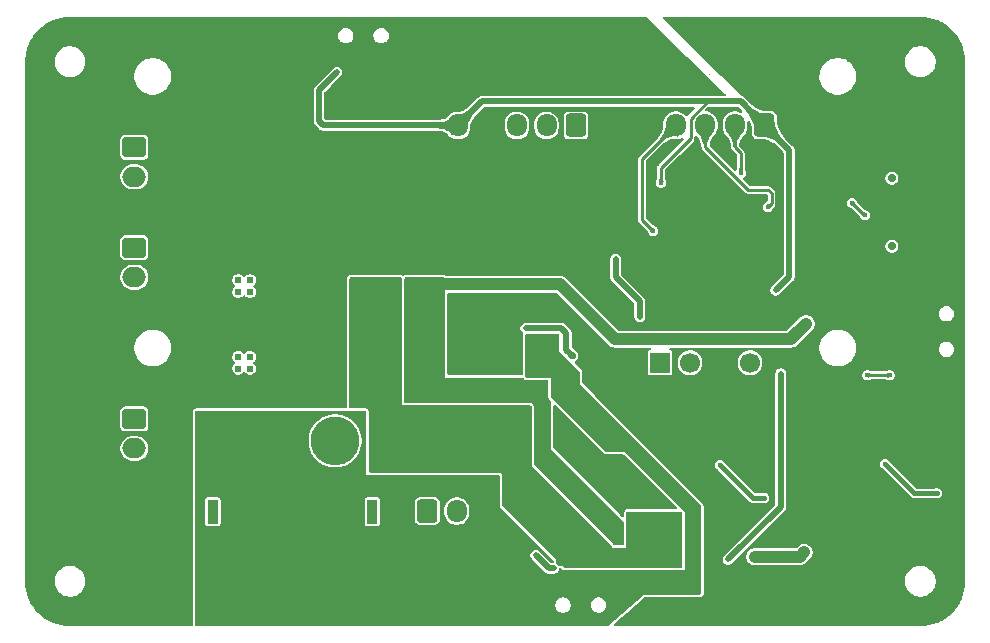
<source format=gbr>
%TF.GenerationSoftware,KiCad,Pcbnew,9.0.2*%
%TF.CreationDate,2025-12-01T22:51:16-05:00*%
%TF.ProjectId,VolleyBot,566f6c6c-6579-4426-9f74-2e6b69636164,rev?*%
%TF.SameCoordinates,Original*%
%TF.FileFunction,Copper,L2,Bot*%
%TF.FilePolarity,Positive*%
%FSLAX46Y46*%
G04 Gerber Fmt 4.6, Leading zero omitted, Abs format (unit mm)*
G04 Created by KiCad (PCBNEW 9.0.2) date 2025-12-01 22:51:16*
%MOMM*%
%LPD*%
G01*
G04 APERTURE LIST*
G04 Aperture macros list*
%AMRoundRect*
0 Rectangle with rounded corners*
0 $1 Rounding radius*
0 $2 $3 $4 $5 $6 $7 $8 $9 X,Y pos of 4 corners*
0 Add a 4 corners polygon primitive as box body*
4,1,4,$2,$3,$4,$5,$6,$7,$8,$9,$2,$3,0*
0 Add four circle primitives for the rounded corners*
1,1,$1+$1,$2,$3*
1,1,$1+$1,$4,$5*
1,1,$1+$1,$6,$7*
1,1,$1+$1,$8,$9*
0 Add four rect primitives between the rounded corners*
20,1,$1+$1,$2,$3,$4,$5,0*
20,1,$1+$1,$4,$5,$6,$7,0*
20,1,$1+$1,$6,$7,$8,$9,0*
20,1,$1+$1,$8,$9,$2,$3,0*%
G04 Aperture macros list end*
%TA.AperFunction,ComponentPad*%
%ADD10RoundRect,0.250000X0.600000X0.725000X-0.600000X0.725000X-0.600000X-0.725000X0.600000X-0.725000X0*%
%TD*%
%TA.AperFunction,ComponentPad*%
%ADD11O,1.700000X1.950000*%
%TD*%
%TA.AperFunction,ComponentPad*%
%ADD12RoundRect,0.250000X-0.600000X-0.725000X0.600000X-0.725000X0.600000X0.725000X-0.600000X0.725000X0*%
%TD*%
%TA.AperFunction,ComponentPad*%
%ADD13R,1.700000X1.700000*%
%TD*%
%TA.AperFunction,ComponentPad*%
%ADD14C,1.700000*%
%TD*%
%TA.AperFunction,ComponentPad*%
%ADD15R,0.900000X2.000000*%
%TD*%
%TA.AperFunction,ComponentPad*%
%ADD16RoundRect,1.025000X1.025000X1.025000X-1.025000X1.025000X-1.025000X-1.025000X1.025000X-1.025000X0*%
%TD*%
%TA.AperFunction,ComponentPad*%
%ADD17C,4.100000*%
%TD*%
%TA.AperFunction,ComponentPad*%
%ADD18RoundRect,0.250000X-0.750000X0.600000X-0.750000X-0.600000X0.750000X-0.600000X0.750000X0.600000X0*%
%TD*%
%TA.AperFunction,ComponentPad*%
%ADD19O,2.000000X1.700000*%
%TD*%
%TA.AperFunction,ComponentPad*%
%ADD20C,0.610000*%
%TD*%
%TA.AperFunction,ComponentPad*%
%ADD21C,0.700000*%
%TD*%
%TA.AperFunction,ComponentPad*%
%ADD22O,2.000000X1.100000*%
%TD*%
%TA.AperFunction,ComponentPad*%
%ADD23O,1.800000X1.200000*%
%TD*%
%TA.AperFunction,ViaPad*%
%ADD24C,0.450000*%
%TD*%
%TA.AperFunction,ViaPad*%
%ADD25C,0.600000*%
%TD*%
%TA.AperFunction,Conductor*%
%ADD26C,0.254000*%
%TD*%
%TA.AperFunction,Conductor*%
%ADD27C,0.508000*%
%TD*%
%TA.AperFunction,Conductor*%
%ADD28C,1.016000*%
%TD*%
%TA.AperFunction,Conductor*%
%ADD29C,0.406400*%
%TD*%
G04 APERTURE END LIST*
D10*
%TO.P,J8,1,Pin_1*%
%TO.N,/GPIO_EXT5*%
X120350000Y-73650000D03*
D11*
%TO.P,J8,2,Pin_2*%
%TO.N,/I2C1_CLK*%
X117850000Y-73650000D03*
%TO.P,J8,3,Pin_3*%
%TO.N,/I2C1_SDA*%
X115350000Y-73650000D03*
%TO.P,J8,4,Pin_4*%
%TO.N,-BATT*%
X112850000Y-73650000D03*
%TO.P,J8,5,Pin_5*%
%TO.N,+3.3V*%
X110350000Y-73650000D03*
%TD*%
D12*
%TO.P,J4,1,Pin_1*%
%TO.N,-BATT*%
X107750000Y-106305000D03*
D11*
%TO.P,J4,2,Pin_2*%
%TO.N,Net-(J4-Pin_2)*%
X110250000Y-106305000D03*
%TO.P,J4,3,Pin_3*%
%TO.N,+BATT*%
X112750000Y-106305000D03*
%TD*%
D13*
%TO.P,J1,1,Pin_1*%
%TO.N,/USART1_TX*%
X127460000Y-93750000D03*
D14*
%TO.P,J1,2,Pin_2*%
%TO.N,/USART1_RX*%
X130000000Y-93750000D03*
%TO.P,J1,3,Pin_3*%
%TO.N,-BATT*%
X132540000Y-93750000D03*
%TO.P,J1,4,Pin_4*%
%TO.N,/PI_POWER*%
X135080000Y-93750000D03*
%TD*%
D15*
%TO.P,J3,*%
%TO.N,*%
X103100000Y-106350000D03*
X89600000Y-106350000D03*
D16*
%TO.P,J3,1,Pin_1*%
%TO.N,+BATT*%
X92750000Y-100350000D03*
D17*
%TO.P,J3,2,Pin_2*%
%TO.N,-BATT*%
X99950000Y-100350000D03*
%TD*%
D18*
%TO.P,J7,1,Pin_1*%
%TO.N,Net-(J7-Pin_1)*%
X82945000Y-98500000D03*
D19*
%TO.P,J7,2,Pin_2*%
%TO.N,Net-(J7-Pin_2)*%
X82945000Y-101000000D03*
%TD*%
D10*
%TO.P,J2,1,Pin_1*%
%TO.N,+3.3V*%
X136300000Y-73645000D03*
D11*
%TO.P,J2,2,Pin_2*%
%TO.N,/SWCLK*%
X133800000Y-73645000D03*
%TO.P,J2,3,Pin_3*%
%TO.N,/SWDIO*%
X131300000Y-73645000D03*
%TO.P,J2,4,Pin_4*%
%TO.N,/NRST*%
X128800000Y-73645000D03*
%TO.P,J2,5,Pin_5*%
%TO.N,-BATT*%
X126300000Y-73645000D03*
%TD*%
D20*
%TO.P,U2,*%
%TO.N,*%
X91750000Y-86750000D03*
X91750000Y-87750000D03*
X92750000Y-86750000D03*
X92750000Y-87750000D03*
%TD*%
%TO.P,U3,*%
%TO.N,*%
X91750000Y-93250000D03*
X91750000Y-94250000D03*
X92750000Y-93250000D03*
X92750000Y-94250000D03*
%TD*%
D18*
%TO.P,J6,1,Pin_1*%
%TO.N,Net-(J6-Pin_1)*%
X82945000Y-84000000D03*
D19*
%TO.P,J6,2,Pin_2*%
%TO.N,Net-(J6-Pin_2)*%
X82945000Y-86500000D03*
%TD*%
D18*
%TO.P,J5,1,Pin_1*%
%TO.N,Net-(J5-Pin_1)*%
X82945000Y-75500000D03*
D19*
%TO.P,J5,2,Pin_2*%
%TO.N,Net-(J5-Pin_2)*%
X82945000Y-78000000D03*
%TD*%
D21*
%TO.P,USB2,*%
%TO.N,*%
X147080000Y-83890000D03*
X147080000Y-78110000D03*
D22*
%TO.P,USB2,13,SHELL*%
%TO.N,-BATT*%
X146550000Y-85320000D03*
D23*
X150760000Y-85320000D03*
D22*
%TO.P,USB2,14,SHELL*%
X146550000Y-76680000D03*
D23*
X150760000Y-76680000D03*
%TD*%
D24*
%TO.N,-BATT*%
X133300000Y-75875000D03*
X129498000Y-77750000D03*
X126650000Y-77575000D03*
X123625000Y-83725000D03*
X122700000Y-83700000D03*
X122000000Y-83575000D03*
X121450000Y-83175000D03*
X121150000Y-82425000D03*
X120850000Y-81700000D03*
X120800000Y-80900000D03*
X120775000Y-80150000D03*
X120775000Y-79400000D03*
X120800000Y-78750000D03*
X121275000Y-78025000D03*
%TO.N,+3.3VA*%
X123700000Y-84975000D03*
X125750000Y-89850000D03*
%TO.N,-BATT*%
X115625000Y-78225000D03*
X110300000Y-83675000D03*
%TO.N,+3.3V*%
X100100000Y-69125000D03*
X98575000Y-73275000D03*
%TO.N,-BATT*%
X118700000Y-98700000D03*
X118700000Y-100500000D03*
X132200000Y-103600000D03*
X131125000Y-103600000D03*
X131100000Y-104975000D03*
X137800000Y-88300000D03*
X137500000Y-86125000D03*
%TO.N,+3.3V*%
X137250000Y-87600000D03*
%TO.N,-BATT*%
X132300000Y-87300000D03*
X128600000Y-90150000D03*
X126925000Y-90150000D03*
X123450000Y-89025000D03*
X115425000Y-89750000D03*
%TO.N,VBUS*%
X139837500Y-90437500D03*
X139150000Y-91100000D03*
X138500000Y-91750000D03*
%TO.N,-BATT*%
X141150000Y-105725000D03*
X142250000Y-105725000D03*
X143225000Y-105725000D03*
X145550000Y-104300000D03*
X132050000Y-109550000D03*
X134250000Y-111600000D03*
X133650000Y-115250000D03*
%TO.N,/BATT+_IN*%
X135475000Y-110175000D03*
X139662500Y-109787500D03*
X139275000Y-110175000D03*
X135975000Y-110175000D03*
%TO.N,VBUS*%
X133225000Y-110400000D03*
X137675000Y-94675000D03*
%TO.N,-BATT*%
X136225000Y-113000000D03*
X143425000Y-112900000D03*
X136600000Y-109125000D03*
X129350000Y-113950000D03*
X121700000Y-93200000D03*
%TO.N,Net-(Q2-G)*%
X118450000Y-111150000D03*
X116946000Y-110054684D03*
%TO.N,-BATT*%
X96950000Y-86000000D03*
X107800000Y-85750000D03*
D25*
%TO.N,Net-(U7-VBATM)*%
X120050000Y-93150000D03*
D24*
%TO.N,+3.3V*%
X132550000Y-102400000D03*
X138400000Y-77700000D03*
X127550000Y-78500000D03*
X136300000Y-105200000D03*
%TO.N,/NRST*%
X126900000Y-82602000D03*
%TO.N,/SWDIO*%
X136600000Y-80550000D03*
%TO.N,/SWCLK*%
X134300000Y-77700000D03*
%TO.N,+5V*%
X146900000Y-94800000D03*
X145000000Y-94800000D03*
%TO.N,-BATT*%
X127150000Y-105450000D03*
X126250000Y-105450000D03*
X126800000Y-113900000D03*
X149450000Y-109550000D03*
X128000000Y-105450000D03*
%TO.N,+BATT*%
X112800000Y-104700000D03*
X117700000Y-92300000D03*
X112800000Y-108000000D03*
X117100000Y-92300000D03*
X118300000Y-92300000D03*
X109300000Y-103600000D03*
%TO.N,/BATT+_IN*%
X128300000Y-108100000D03*
X101900000Y-87200000D03*
X128900000Y-107500000D03*
X128900000Y-108100000D03*
X128300000Y-107500000D03*
X128300000Y-106900000D03*
X102500000Y-87200000D03*
X102500000Y-88200000D03*
X128900000Y-106900000D03*
X102400000Y-95400000D03*
X101800000Y-95400000D03*
X102400000Y-94400000D03*
X101800000Y-94400000D03*
X101900000Y-88200000D03*
%TO.N,Net-(U7-VBATM)*%
X116100000Y-90800000D03*
%TO.N,/5.55V*%
X146500000Y-102300000D03*
X150900000Y-104800000D03*
%TO.N,/USB_D+*%
X144800000Y-81250000D03*
X143700000Y-80200000D03*
%TO.N,VBUS*%
X117400000Y-102600000D03*
X117400000Y-101300000D03*
X106400000Y-86900000D03*
X111300000Y-96700000D03*
X117400000Y-100600000D03*
X106400000Y-87600000D03*
X117400000Y-98500000D03*
X108600000Y-94200000D03*
X117400000Y-102000000D03*
X124000000Y-107300000D03*
X124000000Y-108100000D03*
X124000000Y-108800000D03*
X106200000Y-95400000D03*
X117400000Y-99900000D03*
X106200000Y-94600000D03*
X117400000Y-97800000D03*
X117400000Y-99200000D03*
%TD*%
D26*
%TO.N,+3.3V*%
X131500000Y-71625000D02*
X134280000Y-71625000D01*
X130050000Y-74750000D02*
X130050000Y-73075000D01*
X127550000Y-77250000D02*
X130050000Y-74750000D01*
X127550000Y-78500000D02*
X127550000Y-77250000D01*
X130050000Y-73075000D02*
X131500000Y-71625000D01*
%TO.N,/NRST*%
X125925000Y-76520000D02*
X128800000Y-73645000D01*
X125925000Y-81627000D02*
X125925000Y-76520000D01*
X126900000Y-82602000D02*
X125925000Y-81627000D01*
D27*
%TO.N,+3.3VA*%
X125750000Y-88550000D02*
X123700000Y-86500000D01*
X123700000Y-86500000D02*
X123700000Y-84975000D01*
X125750000Y-89850000D02*
X125750000Y-88550000D01*
%TO.N,+3.3V*%
X98950000Y-73650000D02*
X98575000Y-73275000D01*
X110350000Y-73650000D02*
X98950000Y-73650000D01*
X98575000Y-70650000D02*
X98575000Y-73275000D01*
X100100000Y-69125000D02*
X98575000Y-70650000D01*
X112375000Y-71625000D02*
X134280000Y-71625000D01*
X110350000Y-73650000D02*
X112375000Y-71625000D01*
%TO.N,VBUS*%
X137675000Y-105950000D02*
X137675000Y-94675000D01*
X133225000Y-110400000D02*
X137675000Y-105950000D01*
%TO.N,+3.3V*%
X138400000Y-75745000D02*
X136300000Y-73645000D01*
X138400000Y-77700000D02*
X138400000Y-75745000D01*
X138400000Y-86450000D02*
X138400000Y-77700000D01*
X137250000Y-87600000D02*
X138400000Y-86450000D01*
X134280000Y-71625000D02*
X136300000Y-73645000D01*
D28*
%TO.N,VBUS*%
X123675000Y-91750000D02*
X119025000Y-87100000D01*
X108525000Y-87100000D02*
X108500000Y-87125000D01*
X138525000Y-91750000D02*
X123675000Y-91750000D01*
X119025000Y-87100000D02*
X108525000Y-87100000D01*
X139837500Y-90437500D02*
X138525000Y-91750000D01*
X139812500Y-90437500D02*
X139837500Y-90437500D01*
X138500000Y-91750000D02*
X139812500Y-90437500D01*
D27*
%TO.N,Net-(U7-VBATM)*%
X119525000Y-92625000D02*
X120050000Y-93150000D01*
X119100000Y-90800000D02*
X119525000Y-91225000D01*
X116100000Y-90800000D02*
X119100000Y-90800000D01*
X119525000Y-91225000D02*
X119525000Y-92625000D01*
D28*
%TO.N,/BATT+_IN*%
X139275000Y-110175000D02*
X139662500Y-109787500D01*
X135475000Y-110175000D02*
X139275000Y-110175000D01*
D27*
%TO.N,Net-(Q2-G)*%
X118041316Y-111150000D02*
X116946000Y-110054684D01*
X118450000Y-111150000D02*
X118041316Y-111150000D01*
D29*
%TO.N,+3.3V*%
X135350000Y-105200000D02*
X136300000Y-105200000D01*
X132550000Y-102400000D02*
X135350000Y-105200000D01*
D26*
%TO.N,/SWDIO*%
X136900000Y-80250000D02*
X136900000Y-79400000D01*
X136900000Y-79400000D02*
X136600000Y-79100000D01*
X134917939Y-79100000D02*
X131300000Y-75482061D01*
X136600000Y-80550000D02*
X136900000Y-80250000D01*
X131300000Y-75482061D02*
X131300000Y-73645000D01*
X136600000Y-79100000D02*
X134917939Y-79100000D01*
%TO.N,/SWCLK*%
X134300000Y-77700000D02*
X134300000Y-76000000D01*
X133800000Y-75500000D02*
X133800000Y-73645000D01*
X134300000Y-76000000D02*
X133800000Y-75500000D01*
%TO.N,+5V*%
X145000000Y-94800000D02*
X146900000Y-94800000D01*
D29*
%TO.N,/5.55V*%
X149000000Y-104800000D02*
X146500000Y-102300000D01*
X150900000Y-104800000D02*
X149000000Y-104800000D01*
D26*
%TO.N,/USB_D+*%
X144800000Y-81250000D02*
X144750000Y-81250000D01*
X144750000Y-81250000D02*
X143700000Y-80200000D01*
%TD*%
%TA.AperFunction,Conductor*%
%TO.N,-BATT*%
G36*
X126373529Y-64470185D02*
G01*
X126419284Y-64522989D01*
X126425157Y-64538526D01*
X126426702Y-64543623D01*
X126430241Y-64551844D01*
X126430242Y-64551846D01*
X126475708Y-64617895D01*
X132993470Y-70957613D01*
X133027801Y-71018467D01*
X133023782Y-71088221D01*
X132982689Y-71144729D01*
X132917569Y-71170050D01*
X132907011Y-71170500D01*
X112315164Y-71170500D01*
X112199569Y-71201473D01*
X112199566Y-71201474D01*
X112095933Y-71261307D01*
X112095927Y-71261311D01*
X112011307Y-71345932D01*
X111311091Y-72046147D01*
X111287278Y-72064109D01*
X111287300Y-72064140D01*
X111286553Y-72064656D01*
X111283631Y-72066861D01*
X111282291Y-72067605D01*
X111106677Y-72216540D01*
X111096788Y-72224107D01*
X110992453Y-72295935D01*
X110985012Y-72300676D01*
X110865106Y-72371213D01*
X110856861Y-72375653D01*
X110752059Y-72427083D01*
X110742557Y-72431262D01*
X110637569Y-72472282D01*
X110626604Y-72475987D01*
X110587613Y-72487161D01*
X110529261Y-72489576D01*
X110453469Y-72474500D01*
X110453465Y-72474500D01*
X110246535Y-72474500D01*
X110246530Y-72474500D01*
X110043587Y-72514868D01*
X110043579Y-72514870D01*
X109852403Y-72594058D01*
X109680342Y-72709024D01*
X109534025Y-72855341D01*
X109477172Y-72940427D01*
X109471280Y-72946319D01*
X109469224Y-72951044D01*
X109442970Y-72974631D01*
X109425291Y-72986446D01*
X109407792Y-72996195D01*
X109240128Y-73072566D01*
X109224205Y-73078537D01*
X109010541Y-73142336D01*
X108995092Y-73145892D01*
X108763565Y-73183786D01*
X108753165Y-73185040D01*
X108751473Y-73185171D01*
X108650857Y-73190200D01*
X108633336Y-73194373D01*
X108623672Y-73195126D01*
X108621366Y-73194639D01*
X108614043Y-73195500D01*
X99189622Y-73195500D01*
X99122583Y-73175815D01*
X99101941Y-73159181D01*
X99065819Y-73123059D01*
X99032334Y-73061736D01*
X99029500Y-73035378D01*
X99029500Y-70889622D01*
X99049185Y-70822583D01*
X99065819Y-70801941D01*
X99581453Y-70286307D01*
X100463691Y-69404069D01*
X100523527Y-69300430D01*
X100554501Y-69184836D01*
X100554501Y-69065164D01*
X100523527Y-68949569D01*
X100513158Y-68931610D01*
X100463693Y-68845933D01*
X100463688Y-68845927D01*
X100379072Y-68761311D01*
X100379066Y-68761306D01*
X100275434Y-68701474D01*
X100275435Y-68701474D01*
X100265954Y-68698933D01*
X100159836Y-68670499D01*
X100040164Y-68670499D01*
X99977236Y-68687361D01*
X99924566Y-68701474D01*
X99820934Y-68761306D01*
X99820928Y-68761311D01*
X98295932Y-70286307D01*
X98211311Y-70370927D01*
X98211307Y-70370933D01*
X98151472Y-70474568D01*
X98151473Y-70474568D01*
X98151473Y-70474570D01*
X98120499Y-70590165D01*
X98120499Y-70719825D01*
X98120500Y-70719838D01*
X98120500Y-73207551D01*
X98120499Y-73207569D01*
X98120499Y-73215164D01*
X98120499Y-73334836D01*
X98138630Y-73402500D01*
X98151473Y-73450431D01*
X98211309Y-73554070D01*
X98211311Y-73554072D01*
X98302995Y-73645756D01*
X98303001Y-73645761D01*
X98581968Y-73924728D01*
X98581978Y-73924739D01*
X98586308Y-73929069D01*
X98586309Y-73929070D01*
X98670930Y-74013691D01*
X98774569Y-74073527D01*
X98798993Y-74080071D01*
X98798995Y-74080072D01*
X98798996Y-74080072D01*
X98829386Y-74088215D01*
X98890164Y-74104501D01*
X98890166Y-74104501D01*
X99017432Y-74104501D01*
X99017448Y-74104500D01*
X108607814Y-74104500D01*
X108619661Y-74105067D01*
X108631150Y-74106169D01*
X108643262Y-74109670D01*
X108860050Y-74128139D01*
X108860644Y-74128197D01*
X108860882Y-74128292D01*
X108872032Y-74129826D01*
X108990817Y-74152485D01*
X108999425Y-74154447D01*
X109129459Y-74189000D01*
X109138239Y-74191684D01*
X109250150Y-74230511D01*
X109259525Y-74234197D01*
X109365636Y-74280978D01*
X109375561Y-74285894D01*
X109432180Y-74317165D01*
X109475332Y-74356818D01*
X109534022Y-74444655D01*
X109680342Y-74590975D01*
X109680345Y-74590977D01*
X109852402Y-74705941D01*
X110043580Y-74785130D01*
X110232187Y-74822646D01*
X110246530Y-74825499D01*
X110246534Y-74825500D01*
X110246535Y-74825500D01*
X110453466Y-74825500D01*
X110453467Y-74825499D01*
X110656420Y-74785130D01*
X110847598Y-74705941D01*
X111019655Y-74590977D01*
X111165977Y-74444655D01*
X111280941Y-74272598D01*
X111360130Y-74081420D01*
X111400500Y-73878465D01*
X111400500Y-73609366D01*
X111400799Y-73607445D01*
X111400534Y-73606457D01*
X111406374Y-73571654D01*
X111427438Y-73505685D01*
X111433204Y-73490953D01*
X111465639Y-73421530D01*
X114299500Y-73421530D01*
X114299500Y-73878469D01*
X114339868Y-74081412D01*
X114339870Y-74081420D01*
X114387054Y-74195333D01*
X114419059Y-74272598D01*
X114475333Y-74356818D01*
X114534024Y-74444657D01*
X114680342Y-74590975D01*
X114680345Y-74590977D01*
X114852402Y-74705941D01*
X115043580Y-74785130D01*
X115232187Y-74822646D01*
X115246530Y-74825499D01*
X115246534Y-74825500D01*
X115246535Y-74825500D01*
X115453466Y-74825500D01*
X115453467Y-74825499D01*
X115656420Y-74785130D01*
X115847598Y-74705941D01*
X116019655Y-74590977D01*
X116165977Y-74444655D01*
X116280941Y-74272598D01*
X116360130Y-74081420D01*
X116400500Y-73878465D01*
X116400500Y-73421535D01*
X116400499Y-73421530D01*
X116799500Y-73421530D01*
X116799500Y-73878469D01*
X116839868Y-74081412D01*
X116839870Y-74081420D01*
X116887054Y-74195333D01*
X116919059Y-74272598D01*
X116975333Y-74356818D01*
X117034024Y-74444657D01*
X117180342Y-74590975D01*
X117180345Y-74590977D01*
X117352402Y-74705941D01*
X117543580Y-74785130D01*
X117732187Y-74822646D01*
X117746530Y-74825499D01*
X117746534Y-74825500D01*
X117746535Y-74825500D01*
X117953466Y-74825500D01*
X117953467Y-74825499D01*
X118156420Y-74785130D01*
X118347598Y-74705941D01*
X118519655Y-74590977D01*
X118665977Y-74444655D01*
X118780941Y-74272598D01*
X118860130Y-74081420D01*
X118900500Y-73878465D01*
X118900500Y-73421535D01*
X118860130Y-73218580D01*
X118780941Y-73027402D01*
X118720353Y-72936725D01*
X118720352Y-72936722D01*
X118676257Y-72870730D01*
X119299500Y-72870730D01*
X119299500Y-74429269D01*
X119302353Y-74459699D01*
X119302353Y-74459701D01*
X119347206Y-74587880D01*
X119347207Y-74587882D01*
X119427850Y-74697150D01*
X119537118Y-74777793D01*
X119569080Y-74788977D01*
X119665299Y-74822646D01*
X119695730Y-74825500D01*
X119695734Y-74825500D01*
X121004270Y-74825500D01*
X121034699Y-74822646D01*
X121034701Y-74822646D01*
X121119091Y-74793116D01*
X121162882Y-74777793D01*
X121272150Y-74697150D01*
X121352793Y-74587882D01*
X121375219Y-74523790D01*
X121397646Y-74459701D01*
X121397646Y-74459699D01*
X121400500Y-74429269D01*
X121400500Y-72870730D01*
X121397646Y-72840300D01*
X121397646Y-72840298D01*
X121357674Y-72726068D01*
X121352793Y-72712118D01*
X121272150Y-72602850D01*
X121162882Y-72522207D01*
X121162880Y-72522206D01*
X121034700Y-72477353D01*
X121004270Y-72474500D01*
X121004266Y-72474500D01*
X119695734Y-72474500D01*
X119695730Y-72474500D01*
X119665300Y-72477353D01*
X119665298Y-72477353D01*
X119537119Y-72522206D01*
X119537117Y-72522207D01*
X119427850Y-72602850D01*
X119347207Y-72712117D01*
X119347206Y-72712119D01*
X119302353Y-72840298D01*
X119302353Y-72840300D01*
X119299500Y-72870730D01*
X118676257Y-72870730D01*
X118665980Y-72855349D01*
X118665974Y-72855341D01*
X118519657Y-72709024D01*
X118433626Y-72651541D01*
X118347598Y-72594059D01*
X118300062Y-72574369D01*
X118156420Y-72514870D01*
X118156412Y-72514868D01*
X117953469Y-72474500D01*
X117953465Y-72474500D01*
X117746535Y-72474500D01*
X117746530Y-72474500D01*
X117543587Y-72514868D01*
X117543579Y-72514870D01*
X117352403Y-72594058D01*
X117180342Y-72709024D01*
X117034024Y-72855342D01*
X116919058Y-73027403D01*
X116839870Y-73218579D01*
X116839868Y-73218587D01*
X116799500Y-73421530D01*
X116400499Y-73421530D01*
X116360130Y-73218580D01*
X116280941Y-73027402D01*
X116165977Y-72855345D01*
X116165975Y-72855342D01*
X116019657Y-72709024D01*
X115933626Y-72651541D01*
X115847598Y-72594059D01*
X115800062Y-72574369D01*
X115656420Y-72514870D01*
X115656412Y-72514868D01*
X115453469Y-72474500D01*
X115453465Y-72474500D01*
X115246535Y-72474500D01*
X115246530Y-72474500D01*
X115043587Y-72514868D01*
X115043579Y-72514870D01*
X114852403Y-72594058D01*
X114680342Y-72709024D01*
X114534024Y-72855342D01*
X114419058Y-73027403D01*
X114339870Y-73218579D01*
X114339868Y-73218587D01*
X114299500Y-73421530D01*
X111465639Y-73421530D01*
X111540507Y-73261288D01*
X111547226Y-73248819D01*
X111694853Y-73008849D01*
X111702950Y-72997234D01*
X111873000Y-72780832D01*
X111880402Y-72772252D01*
X111924098Y-72726066D01*
X111929904Y-72716972D01*
X111946730Y-72696028D01*
X112526941Y-72115819D01*
X112588264Y-72082334D01*
X112614622Y-72079500D01*
X130282983Y-72079500D01*
X130350022Y-72099185D01*
X130395777Y-72151989D01*
X130405721Y-72221147D01*
X130376696Y-72284703D01*
X130370664Y-72291181D01*
X129848909Y-72812936D01*
X129800850Y-72860994D01*
X129739527Y-72894478D01*
X129669835Y-72889493D01*
X129620608Y-72854328D01*
X129620285Y-72854652D01*
X129618342Y-72852709D01*
X129617317Y-72851977D01*
X129615975Y-72850342D01*
X129469657Y-72704024D01*
X129383626Y-72646541D01*
X129297598Y-72589059D01*
X129262133Y-72574369D01*
X129106420Y-72509870D01*
X129106412Y-72509868D01*
X128903469Y-72469500D01*
X128903465Y-72469500D01*
X128696535Y-72469500D01*
X128696530Y-72469500D01*
X128493587Y-72509868D01*
X128493579Y-72509870D01*
X128302403Y-72589058D01*
X128130342Y-72704024D01*
X127984024Y-72850342D01*
X127869058Y-73022403D01*
X127789870Y-73213579D01*
X127789868Y-73213587D01*
X127749500Y-73416530D01*
X127749500Y-73740587D01*
X127745984Y-73769907D01*
X127704556Y-73940148D01*
X127699868Y-73955181D01*
X127607883Y-74195333D01*
X127601575Y-74209190D01*
X127476117Y-74445168D01*
X127469552Y-74456116D01*
X127410005Y-74544736D01*
X127403880Y-74553078D01*
X127343368Y-74628658D01*
X127336952Y-74636053D01*
X127315143Y-74659271D01*
X127309563Y-74668062D01*
X127292555Y-74689288D01*
X125723910Y-76257935D01*
X125662936Y-76318908D01*
X125662934Y-76318911D01*
X125619819Y-76393589D01*
X125619819Y-76393590D01*
X125597500Y-76476884D01*
X125597500Y-81583884D01*
X125597500Y-81670116D01*
X125598943Y-81675500D01*
X125619819Y-81753410D01*
X125662934Y-81828088D01*
X125662936Y-81828091D01*
X126328053Y-82493208D01*
X126335680Y-82501565D01*
X126341863Y-82508994D01*
X126350055Y-82522705D01*
X126390753Y-82567735D01*
X126392379Y-82569689D01*
X126392754Y-82570555D01*
X126399513Y-82579144D01*
X126410710Y-82595561D01*
X126419928Y-82611504D01*
X126441441Y-82656049D01*
X126442132Y-82657504D01*
X126472840Y-82723257D01*
X126477373Y-82732367D01*
X126477928Y-82733418D01*
X126482968Y-82742395D01*
X126530020Y-82821499D01*
X126530033Y-82821520D01*
X126532769Y-82825989D01*
X126533060Y-82826451D01*
X126533061Y-82826452D01*
X126535253Y-82828714D01*
X126553591Y-82853005D01*
X126559510Y-82863257D01*
X126559514Y-82863262D01*
X126559515Y-82863263D01*
X126638737Y-82942485D01*
X126735763Y-82998503D01*
X126843982Y-83027500D01*
X126843984Y-83027500D01*
X126956016Y-83027500D01*
X126956018Y-83027500D01*
X127064237Y-82998503D01*
X127161263Y-82942485D01*
X127240485Y-82863263D01*
X127296503Y-82766237D01*
X127325500Y-82658018D01*
X127325500Y-82545982D01*
X127296503Y-82437763D01*
X127240485Y-82340737D01*
X127161263Y-82261515D01*
X127155511Y-82258194D01*
X127141551Y-82250134D01*
X127141511Y-82250111D01*
X127131636Y-82244410D01*
X127113267Y-82228907D01*
X126984163Y-82157595D01*
X126975993Y-82153319D01*
X126975062Y-82152858D01*
X126966618Y-82148912D01*
X126957493Y-82144898D01*
X126957458Y-82144883D01*
X126954574Y-82143615D01*
X126948932Y-82140750D01*
X126948916Y-82140741D01*
X126907260Y-82119590D01*
X126883829Y-82104128D01*
X126814751Y-82046325D01*
X126814749Y-82046324D01*
X126814747Y-82046322D01*
X126811802Y-82044626D01*
X126786012Y-82024857D01*
X126288819Y-81527664D01*
X126255334Y-81466341D01*
X126252500Y-81439983D01*
X126252500Y-76707016D01*
X126272185Y-76639977D01*
X126288814Y-76619340D01*
X127746116Y-75162037D01*
X127756891Y-75152450D01*
X127765902Y-75145326D01*
X127774251Y-75140936D01*
X127890549Y-75046793D01*
X127891016Y-75046425D01*
X127891474Y-75046239D01*
X127906201Y-75036150D01*
X128091580Y-74929812D01*
X128103160Y-74923953D01*
X128208522Y-74877422D01*
X128216765Y-74874131D01*
X128332748Y-74832584D01*
X128341615Y-74829778D01*
X128449202Y-74800140D01*
X128459149Y-74797836D01*
X128498937Y-74790337D01*
X128546087Y-74790573D01*
X128654055Y-74812050D01*
X128696533Y-74820500D01*
X128696535Y-74820500D01*
X128903466Y-74820500D01*
X128903467Y-74820499D01*
X129106420Y-74780130D01*
X129297598Y-74700941D01*
X129297600Y-74700939D01*
X129299185Y-74700283D01*
X129368654Y-74692814D01*
X129431133Y-74724089D01*
X129466786Y-74784178D01*
X129464293Y-74854003D01*
X129434319Y-74902525D01*
X127348910Y-76987935D01*
X127287936Y-77048908D01*
X127287934Y-77048911D01*
X127244819Y-77123589D01*
X127244819Y-77123590D01*
X127228626Y-77184024D01*
X127222500Y-77206885D01*
X127222500Y-78018647D01*
X127221984Y-78029951D01*
X127221103Y-78039573D01*
X127217201Y-78055059D01*
X127214137Y-78115671D01*
X127213906Y-78118197D01*
X127213557Y-78119077D01*
X127212263Y-78129929D01*
X127208566Y-78149483D01*
X127203812Y-78167271D01*
X127187523Y-78213989D01*
X127186983Y-78215506D01*
X127162211Y-78283691D01*
X127158995Y-78293269D01*
X127158654Y-78294372D01*
X127155838Y-78304390D01*
X127133165Y-78393633D01*
X127131858Y-78399080D01*
X127131752Y-78399552D01*
X127131751Y-78399555D01*
X127131707Y-78402559D01*
X127127499Y-78432785D01*
X127124500Y-78443977D01*
X127124500Y-78443982D01*
X127124500Y-78556018D01*
X127153497Y-78664237D01*
X127209515Y-78761263D01*
X127288737Y-78840485D01*
X127385763Y-78896503D01*
X127493982Y-78925500D01*
X127493984Y-78925500D01*
X127606016Y-78925500D01*
X127606018Y-78925500D01*
X127714237Y-78896503D01*
X127811263Y-78840485D01*
X127890485Y-78761263D01*
X127946503Y-78664237D01*
X127975500Y-78556018D01*
X127975500Y-78443982D01*
X127966643Y-78410928D01*
X127964619Y-78386988D01*
X127923756Y-78245277D01*
X127920981Y-78236412D01*
X127920643Y-78235412D01*
X127917479Y-78226703D01*
X127912711Y-78214449D01*
X127899636Y-78174400D01*
X127896248Y-78164019D01*
X127890613Y-78136514D01*
X127882640Y-78046794D01*
X127881757Y-78043511D01*
X127877500Y-78011300D01*
X127877500Y-77437017D01*
X127897185Y-77369978D01*
X127913819Y-77349336D01*
X129108889Y-76154266D01*
X130312065Y-74951090D01*
X130355181Y-74876410D01*
X130377500Y-74793116D01*
X130377500Y-74706884D01*
X130377500Y-74632495D01*
X130382143Y-74616682D01*
X130381778Y-74600203D01*
X130391784Y-74583847D01*
X130397185Y-74565456D01*
X130409638Y-74554664D01*
X130418242Y-74540603D01*
X130435502Y-74532253D01*
X130449989Y-74519701D01*
X130466300Y-74517355D01*
X130481139Y-74510178D01*
X130500170Y-74512485D01*
X130519147Y-74509757D01*
X130534760Y-74516679D01*
X130550501Y-74518588D01*
X130572109Y-74533238D01*
X130580608Y-74537007D01*
X130585079Y-74540711D01*
X130630345Y-74585977D01*
X130678790Y-74618347D01*
X130683701Y-74622415D01*
X130690027Y-74631796D01*
X130709507Y-74651806D01*
X130755043Y-74724089D01*
X130756977Y-74727159D01*
X130765322Y-74742780D01*
X130854728Y-74943414D01*
X130860247Y-74958293D01*
X130931885Y-75197364D01*
X130934899Y-75209684D01*
X130954644Y-75313016D01*
X130956160Y-75323247D01*
X130965989Y-75416182D01*
X130966627Y-75425715D01*
X130967260Y-75448104D01*
X130967261Y-75448106D01*
X130969577Y-75458583D01*
X130972500Y-75485347D01*
X130972500Y-75525177D01*
X130994819Y-75608471D01*
X131037935Y-75683151D01*
X134655874Y-79301090D01*
X134716849Y-79362065D01*
X134791529Y-79405181D01*
X134874823Y-79427500D01*
X136412983Y-79427500D01*
X136442423Y-79436144D01*
X136472410Y-79442668D01*
X136477425Y-79446422D01*
X136480022Y-79447185D01*
X136500664Y-79463819D01*
X136536181Y-79499336D01*
X136569666Y-79560659D01*
X136572500Y-79587017D01*
X136572500Y-80018345D01*
X136552815Y-80085384D01*
X136500011Y-80131139D01*
X136480009Y-80138275D01*
X136468045Y-80141418D01*
X136447228Y-80148089D01*
X136447207Y-80148096D01*
X136444876Y-80148983D01*
X136424699Y-80157925D01*
X136424679Y-80157934D01*
X136393450Y-80173834D01*
X136382857Y-80179625D01*
X136382143Y-80180043D01*
X136381702Y-80180302D01*
X136381609Y-80180357D01*
X136381575Y-80180376D01*
X136379935Y-80181920D01*
X136356984Y-80198980D01*
X136338735Y-80209516D01*
X136259514Y-80288738D01*
X136259513Y-80288740D01*
X136203498Y-80385760D01*
X136203497Y-80385763D01*
X136174500Y-80493982D01*
X136174500Y-80606018D01*
X136203497Y-80714237D01*
X136259515Y-80811263D01*
X136338737Y-80890485D01*
X136435763Y-80946503D01*
X136543982Y-80975500D01*
X136543984Y-80975500D01*
X136656016Y-80975500D01*
X136656018Y-80975500D01*
X136764237Y-80946503D01*
X136861263Y-80890485D01*
X136940485Y-80811263D01*
X136940486Y-80811260D01*
X136944248Y-80806359D01*
X136945916Y-80804234D01*
X136951905Y-80796769D01*
X136954647Y-80794447D01*
X137043585Y-80682521D01*
X137043716Y-80682359D01*
X137043786Y-80682309D01*
X137049658Y-80675486D01*
X137060420Y-80663926D01*
X137061552Y-80662699D01*
X137061726Y-80662509D01*
X137062869Y-80661244D01*
X137063583Y-80660454D01*
X137070133Y-80653098D01*
X137111630Y-80606495D01*
X137122189Y-80593623D01*
X137123327Y-80592115D01*
X137132764Y-80578500D01*
X137168218Y-80522676D01*
X137181294Y-80498704D01*
X137182598Y-80495882D01*
X137192410Y-80470289D01*
X137214846Y-80397599D01*
X137220383Y-80375310D01*
X137220870Y-80372744D01*
X137223886Y-80349966D01*
X137230958Y-80256712D01*
X137231403Y-80248829D01*
X137231436Y-80247944D01*
X137229453Y-80236902D01*
X137227500Y-80214983D01*
X137227500Y-79356885D01*
X137227500Y-79356884D01*
X137205181Y-79273590D01*
X137162065Y-79198910D01*
X137101090Y-79137935D01*
X136801090Y-78837935D01*
X136726410Y-78794819D01*
X136726411Y-78794819D01*
X136698645Y-78787379D01*
X136643116Y-78772500D01*
X136643114Y-78772500D01*
X135104956Y-78772500D01*
X135037917Y-78752815D01*
X135017275Y-78736181D01*
X134523577Y-78242483D01*
X134490092Y-78181160D01*
X134495076Y-78111468D01*
X134536948Y-78055535D01*
X134549240Y-78047426D01*
X134561263Y-78040485D01*
X134640485Y-77961263D01*
X134696503Y-77864237D01*
X134725500Y-77756018D01*
X134725500Y-77643982D01*
X134716643Y-77610928D01*
X134714619Y-77586988D01*
X134673756Y-77445277D01*
X134670981Y-77436412D01*
X134670643Y-77435412D01*
X134667479Y-77426703D01*
X134662711Y-77414449D01*
X134646248Y-77364019D01*
X134640613Y-77336514D01*
X134632640Y-77246794D01*
X134631757Y-77243511D01*
X134627500Y-77211300D01*
X134627500Y-75956885D01*
X134627500Y-75956884D01*
X134605181Y-75873590D01*
X134562065Y-75798910D01*
X134501090Y-75737935D01*
X134182281Y-75419126D01*
X134181488Y-75417675D01*
X134180057Y-75416845D01*
X134164803Y-75387119D01*
X134148796Y-75357803D01*
X134148671Y-75355679D01*
X134148159Y-75354681D01*
X134146546Y-75319424D01*
X134146676Y-75318099D01*
X134148694Y-75297374D01*
X134151749Y-75279575D01*
X134210109Y-75044137D01*
X134213660Y-75032355D01*
X134255385Y-74915330D01*
X134258656Y-74907100D01*
X134260667Y-74902525D01*
X134310564Y-74788968D01*
X134314765Y-74780333D01*
X134365584Y-74685411D01*
X134371140Y-74676050D01*
X134382123Y-74659268D01*
X134385499Y-74654109D01*
X134420362Y-74618912D01*
X134469655Y-74585977D01*
X134615977Y-74439655D01*
X134730941Y-74267598D01*
X134810130Y-74076420D01*
X134850500Y-73873465D01*
X134850500Y-73416535D01*
X134850496Y-73416517D01*
X134850265Y-73415351D01*
X134850321Y-73414720D01*
X134849903Y-73410472D01*
X134850708Y-73410392D01*
X134851995Y-73396014D01*
X134848707Y-73376879D01*
X134855044Y-73361931D01*
X134856492Y-73345759D01*
X134868404Y-73330424D01*
X134875982Y-73312553D01*
X134889392Y-73303406D01*
X134899355Y-73290582D01*
X134917666Y-73284122D01*
X134933704Y-73273184D01*
X134949933Y-73272739D01*
X134965245Y-73267338D01*
X134984138Y-73271802D01*
X135003547Y-73271271D01*
X135017441Y-73279672D01*
X135033242Y-73283406D01*
X135046724Y-73297378D01*
X135063337Y-73307423D01*
X135080021Y-73331885D01*
X135081758Y-73333685D01*
X135083224Y-73336581D01*
X135083424Y-73336989D01*
X135086721Y-73344306D01*
X135116486Y-73416535D01*
X135140650Y-73475175D01*
X135143676Y-73483317D01*
X135187101Y-73614005D01*
X135189736Y-73623077D01*
X135216973Y-73732200D01*
X135219044Y-73742248D01*
X135235724Y-73844411D01*
X135237185Y-73858110D01*
X135243924Y-73990952D01*
X135248355Y-74023331D01*
X135249500Y-74040143D01*
X135249500Y-74424269D01*
X135252353Y-74454699D01*
X135252353Y-74454701D01*
X135286778Y-74553078D01*
X135297207Y-74582882D01*
X135377850Y-74692150D01*
X135487118Y-74772793D01*
X135522375Y-74785130D01*
X135615299Y-74817646D01*
X135645730Y-74820500D01*
X136069129Y-74820500D01*
X136095846Y-74824789D01*
X136211146Y-74820500D01*
X136247212Y-74820500D01*
X136265054Y-74821790D01*
X136414813Y-74843565D01*
X136433376Y-74847739D01*
X136627024Y-74907212D01*
X136642170Y-74912973D01*
X136866177Y-75015402D01*
X136878933Y-75022158D01*
X137093675Y-75152450D01*
X137114614Y-75165154D01*
X137126433Y-75173297D01*
X137340294Y-75339678D01*
X137345392Y-75343866D01*
X137347292Y-75345513D01*
X137399155Y-75394337D01*
X137415796Y-75404919D01*
X137422738Y-75410939D01*
X137423842Y-75412659D01*
X137429180Y-75416940D01*
X137909181Y-75896941D01*
X137942666Y-75958264D01*
X137945500Y-75984622D01*
X137945500Y-86210378D01*
X137925815Y-86277417D01*
X137909181Y-86298059D01*
X136886312Y-87320927D01*
X136886310Y-87320930D01*
X136826473Y-87424569D01*
X136810986Y-87482367D01*
X136795499Y-87540164D01*
X136795499Y-87659836D01*
X136826473Y-87775430D01*
X136886310Y-87879070D01*
X136970930Y-87963690D01*
X137074570Y-88023527D01*
X137190164Y-88054501D01*
X137190166Y-88054501D01*
X137309834Y-88054501D01*
X137309836Y-88054501D01*
X137425430Y-88023527D01*
X137529070Y-87963690D01*
X138668860Y-86823898D01*
X138668865Y-86823895D01*
X138679068Y-86813691D01*
X138679070Y-86813691D01*
X138763691Y-86729070D01*
X138823527Y-86625431D01*
X138823528Y-86625430D01*
X138854501Y-86509836D01*
X138854501Y-86390164D01*
X138854501Y-86382569D01*
X138854500Y-86382551D01*
X138854500Y-83817525D01*
X146529500Y-83817525D01*
X146529500Y-83962475D01*
X146567016Y-84102485D01*
X146567017Y-84102488D01*
X146639488Y-84228011D01*
X146639490Y-84228013D01*
X146639491Y-84228015D01*
X146741985Y-84330509D01*
X146741986Y-84330510D01*
X146741988Y-84330511D01*
X146867511Y-84402982D01*
X146867512Y-84402982D01*
X146867515Y-84402984D01*
X147007525Y-84440500D01*
X147007528Y-84440500D01*
X147152472Y-84440500D01*
X147152475Y-84440500D01*
X147292485Y-84402984D01*
X147418015Y-84330509D01*
X147520509Y-84228015D01*
X147592984Y-84102485D01*
X147630500Y-83962475D01*
X147630500Y-83817525D01*
X147592984Y-83677515D01*
X147520509Y-83551985D01*
X147418015Y-83449491D01*
X147418013Y-83449490D01*
X147418011Y-83449488D01*
X147292488Y-83377017D01*
X147292489Y-83377017D01*
X147281006Y-83373940D01*
X147152475Y-83339500D01*
X147007525Y-83339500D01*
X146878993Y-83373940D01*
X146867511Y-83377017D01*
X146741988Y-83449488D01*
X146741982Y-83449493D01*
X146639493Y-83551982D01*
X146639488Y-83551988D01*
X146567017Y-83677511D01*
X146567016Y-83677515D01*
X146529500Y-83817525D01*
X138854500Y-83817525D01*
X138854500Y-80143982D01*
X143274500Y-80143982D01*
X143274500Y-80256018D01*
X143283268Y-80288738D01*
X143303497Y-80364236D01*
X143303498Y-80364239D01*
X143309889Y-80375309D01*
X143359515Y-80461263D01*
X143438737Y-80540485D01*
X143468367Y-80557592D01*
X143486732Y-80573091D01*
X143615832Y-80644401D01*
X143623990Y-80648671D01*
X143624937Y-80649140D01*
X143633408Y-80653098D01*
X143645417Y-80658379D01*
X143692736Y-80682406D01*
X143716169Y-80697869D01*
X143785248Y-80755674D01*
X143788193Y-80757370D01*
X143813986Y-80777141D01*
X144204952Y-81168107D01*
X144210508Y-81174039D01*
X144217366Y-81181861D01*
X144227203Y-81197818D01*
X144300644Y-81276842D01*
X144301823Y-81278187D01*
X144302119Y-81278825D01*
X144309329Y-81287640D01*
X144346307Y-81339168D01*
X144350778Y-81345844D01*
X144366922Y-81371730D01*
X144368138Y-81373656D01*
X144433388Y-81475701D01*
X144434350Y-81477190D01*
X144434444Y-81477334D01*
X144434449Y-81477341D01*
X144436609Y-81479535D01*
X144455616Y-81504510D01*
X144459512Y-81511259D01*
X144459515Y-81511263D01*
X144538737Y-81590485D01*
X144635763Y-81646503D01*
X144743982Y-81675500D01*
X144743984Y-81675500D01*
X144856016Y-81675500D01*
X144856018Y-81675500D01*
X144964237Y-81646503D01*
X145061263Y-81590485D01*
X145140485Y-81511263D01*
X145196503Y-81414237D01*
X145225500Y-81306018D01*
X145225500Y-81193982D01*
X145196503Y-81085763D01*
X145140485Y-80988737D01*
X145061263Y-80909515D01*
X145061262Y-80909514D01*
X145061259Y-80909512D01*
X145034483Y-80894053D01*
X145019436Y-80883824D01*
X145007197Y-80874119D01*
X144899386Y-80818794D01*
X144899384Y-80818793D01*
X144899378Y-80818790D01*
X144882324Y-80811000D01*
X144882317Y-80810997D01*
X144880354Y-80810206D01*
X144880323Y-80810195D01*
X144862633Y-80803995D01*
X144862635Y-80803995D01*
X144862622Y-80803991D01*
X144812127Y-80788843D01*
X144806338Y-80786949D01*
X144761613Y-80771095D01*
X144720966Y-80747170D01*
X144693919Y-80723287D01*
X144693920Y-80723287D01*
X144688056Y-80719753D01*
X144664392Y-80701237D01*
X144271944Y-80308789D01*
X144264317Y-80300432D01*
X144258132Y-80293001D01*
X144249943Y-80279294D01*
X144209251Y-80234270D01*
X144207623Y-80232314D01*
X144207248Y-80231448D01*
X144200492Y-80222863D01*
X144189286Y-80206434D01*
X144180065Y-80190487D01*
X144158565Y-80145969D01*
X144157873Y-80144512D01*
X144127147Y-80078720D01*
X144122606Y-80069596D01*
X144122050Y-80068545D01*
X144117034Y-80059611D01*
X144102848Y-80035760D01*
X144069976Y-79980495D01*
X144069096Y-79979057D01*
X144067294Y-79976110D01*
X144067018Y-79975672D01*
X144067010Y-79975661D01*
X144064772Y-79973351D01*
X144046460Y-79949087D01*
X144040485Y-79938737D01*
X143961263Y-79859515D01*
X143864237Y-79803497D01*
X143756018Y-79774500D01*
X143643982Y-79774500D01*
X143535763Y-79803497D01*
X143535760Y-79803498D01*
X143438740Y-79859513D01*
X143438734Y-79859517D01*
X143359517Y-79938734D01*
X143359513Y-79938740D01*
X143303498Y-80035760D01*
X143303497Y-80035763D01*
X143274500Y-80143982D01*
X138854500Y-80143982D01*
X138854500Y-78037525D01*
X146529500Y-78037525D01*
X146529500Y-78182475D01*
X146567016Y-78322485D01*
X146567017Y-78322488D01*
X146639488Y-78448011D01*
X146639490Y-78448013D01*
X146639491Y-78448015D01*
X146741985Y-78550509D01*
X146741986Y-78550510D01*
X146741988Y-78550511D01*
X146867511Y-78622982D01*
X146867512Y-78622982D01*
X146867515Y-78622984D01*
X147007525Y-78660500D01*
X147007528Y-78660500D01*
X147152472Y-78660500D01*
X147152475Y-78660500D01*
X147292485Y-78622984D01*
X147418015Y-78550509D01*
X147520509Y-78448015D01*
X147592984Y-78322485D01*
X147630500Y-78182475D01*
X147630500Y-78037525D01*
X147592984Y-77897515D01*
X147592418Y-77896535D01*
X147520511Y-77771988D01*
X147520506Y-77771982D01*
X147418017Y-77669493D01*
X147418011Y-77669488D01*
X147292488Y-77597017D01*
X147292489Y-77597017D01*
X147255060Y-77586988D01*
X147152475Y-77559500D01*
X147007525Y-77559500D01*
X146904940Y-77586988D01*
X146867511Y-77597017D01*
X146741988Y-77669488D01*
X146741982Y-77669493D01*
X146639493Y-77771982D01*
X146639488Y-77771988D01*
X146567017Y-77897511D01*
X146567016Y-77897515D01*
X146529500Y-78037525D01*
X138854500Y-78037525D01*
X138854500Y-75685166D01*
X138854500Y-75685164D01*
X138823527Y-75569569D01*
X138763691Y-75465930D01*
X138679070Y-75381309D01*
X138679069Y-75381308D01*
X138674739Y-75376978D01*
X138674728Y-75376968D01*
X138076940Y-74779180D01*
X138057029Y-74753143D01*
X138055260Y-74750055D01*
X137874290Y-74542331D01*
X137867663Y-74534030D01*
X137857197Y-74519701D01*
X137775091Y-74407286D01*
X137771101Y-74401483D01*
X137694624Y-74283212D01*
X137677434Y-74256628D01*
X137673745Y-74250546D01*
X137664459Y-74234197D01*
X137592819Y-74108064D01*
X137589296Y-74101396D01*
X137575638Y-74073527D01*
X137516577Y-73953014D01*
X137513279Y-73945694D01*
X137510994Y-73940148D01*
X137459338Y-73814798D01*
X137456315Y-73806662D01*
X137412890Y-73675973D01*
X137410260Y-73666915D01*
X137404980Y-73645761D01*
X137383026Y-73557797D01*
X137380956Y-73547752D01*
X137364276Y-73445595D01*
X137362814Y-73431895D01*
X137356075Y-73299050D01*
X137351644Y-73266651D01*
X137350500Y-73249849D01*
X137350500Y-72865730D01*
X137347646Y-72835300D01*
X137347646Y-72835298D01*
X137304543Y-72712119D01*
X137302793Y-72707118D01*
X137222150Y-72597850D01*
X137112882Y-72517207D01*
X137112880Y-72517206D01*
X136984700Y-72472353D01*
X136954270Y-72469500D01*
X136954266Y-72469500D01*
X136530876Y-72469500D01*
X136504154Y-72465210D01*
X136388807Y-72469500D01*
X136352802Y-72469500D01*
X136334960Y-72468210D01*
X136295276Y-72462440D01*
X136194568Y-72447797D01*
X136194566Y-72447797D01*
X136190137Y-72447153D01*
X136190127Y-72447151D01*
X136185170Y-72446430D01*
X136166613Y-72442257D01*
X135972977Y-72382786D01*
X135957827Y-72377024D01*
X135733816Y-72274594D01*
X135721059Y-72267837D01*
X135611821Y-72201558D01*
X135485395Y-72124851D01*
X135473588Y-72116716D01*
X135259704Y-71950319D01*
X135254609Y-71946133D01*
X135252687Y-71944466D01*
X135200845Y-71895662D01*
X135184204Y-71885080D01*
X135177260Y-71879058D01*
X135176155Y-71877338D01*
X135170817Y-71873057D01*
X134650761Y-71353001D01*
X134650759Y-71352998D01*
X134559072Y-71261311D01*
X134559066Y-71261306D01*
X134448393Y-71197409D01*
X134449009Y-71196340D01*
X134420166Y-71177354D01*
X132656134Y-69462000D01*
X132569722Y-69377973D01*
X140949500Y-69377973D01*
X140949500Y-69622027D01*
X140987679Y-69863076D01*
X141063096Y-70095185D01*
X141160478Y-70286309D01*
X141173896Y-70312642D01*
X141317339Y-70510076D01*
X141317343Y-70510081D01*
X141489918Y-70682656D01*
X141489923Y-70682660D01*
X141541077Y-70719825D01*
X141687361Y-70826106D01*
X141904815Y-70936904D01*
X142136924Y-71012321D01*
X142377973Y-71050500D01*
X142377974Y-71050500D01*
X142622026Y-71050500D01*
X142622027Y-71050500D01*
X142863076Y-71012321D01*
X143095185Y-70936904D01*
X143312639Y-70826106D01*
X143510083Y-70682655D01*
X143682655Y-70510083D01*
X143826106Y-70312639D01*
X143936904Y-70095185D01*
X144012321Y-69863076D01*
X144050500Y-69622027D01*
X144050500Y-69377973D01*
X144012321Y-69136924D01*
X143936904Y-68904815D01*
X143826106Y-68687361D01*
X143729602Y-68554534D01*
X143682660Y-68489923D01*
X143682656Y-68489918D01*
X143510081Y-68317343D01*
X143510076Y-68317339D01*
X143407886Y-68243094D01*
X143312642Y-68173896D01*
X143312641Y-68173895D01*
X143312639Y-68173894D01*
X143261128Y-68147648D01*
X148199500Y-68147648D01*
X148199500Y-68352351D01*
X148231522Y-68554534D01*
X148294781Y-68749223D01*
X148387715Y-68931613D01*
X148508028Y-69097213D01*
X148652786Y-69241971D01*
X148807749Y-69354556D01*
X148818390Y-69362287D01*
X148900384Y-69404065D01*
X149000776Y-69455218D01*
X149000778Y-69455218D01*
X149000781Y-69455220D01*
X149105137Y-69489127D01*
X149195465Y-69518477D01*
X149296557Y-69534488D01*
X149397648Y-69550500D01*
X149397649Y-69550500D01*
X149602351Y-69550500D01*
X149602352Y-69550500D01*
X149804534Y-69518477D01*
X149999219Y-69455220D01*
X150181610Y-69362287D01*
X150304803Y-69272783D01*
X150347213Y-69241971D01*
X150347215Y-69241968D01*
X150347219Y-69241966D01*
X150491966Y-69097219D01*
X150491968Y-69097215D01*
X150491971Y-69097213D01*
X150544732Y-69024590D01*
X150612287Y-68931610D01*
X150705220Y-68749219D01*
X150768477Y-68554534D01*
X150800500Y-68352352D01*
X150800500Y-68147648D01*
X150768477Y-67945466D01*
X150705220Y-67750781D01*
X150705218Y-67750778D01*
X150705218Y-67750776D01*
X150663578Y-67669054D01*
X150612287Y-67568390D01*
X150573339Y-67514782D01*
X150491971Y-67402786D01*
X150347213Y-67258028D01*
X150181613Y-67137715D01*
X150181612Y-67137714D01*
X150181610Y-67137713D01*
X150124653Y-67108691D01*
X149999223Y-67044781D01*
X149804534Y-66981522D01*
X149629995Y-66953878D01*
X149602352Y-66949500D01*
X149397648Y-66949500D01*
X149373329Y-66953351D01*
X149195465Y-66981522D01*
X149000776Y-67044781D01*
X148818386Y-67137715D01*
X148652786Y-67258028D01*
X148508028Y-67402786D01*
X148387715Y-67568386D01*
X148294781Y-67750776D01*
X148231522Y-67945465D01*
X148199500Y-68147648D01*
X143261128Y-68147648D01*
X143095185Y-68063096D01*
X142863076Y-67987679D01*
X142863074Y-67987678D01*
X142863072Y-67987678D01*
X142694769Y-67961021D01*
X142622027Y-67949500D01*
X142377973Y-67949500D01*
X142322093Y-67958350D01*
X142136927Y-67987678D01*
X141904812Y-68063097D01*
X141687357Y-68173896D01*
X141489923Y-68317339D01*
X141489918Y-68317343D01*
X141317343Y-68489918D01*
X141317339Y-68489923D01*
X141173896Y-68687357D01*
X141063097Y-68904812D01*
X140987678Y-69136927D01*
X140961782Y-69300430D01*
X140949500Y-69377973D01*
X132569722Y-69377973D01*
X127721359Y-64663399D01*
X127687019Y-64602551D01*
X127691028Y-64532796D01*
X127732113Y-64476282D01*
X127797230Y-64450952D01*
X127807805Y-64450500D01*
X149460118Y-64450500D01*
X149496948Y-64450500D01*
X149503032Y-64450649D01*
X149567797Y-64453830D01*
X149866338Y-64468497D01*
X149878440Y-64469689D01*
X150235230Y-64522613D01*
X150247140Y-64524982D01*
X150597046Y-64612629D01*
X150608663Y-64616154D01*
X150948275Y-64737669D01*
X150959497Y-64742317D01*
X151285582Y-64896543D01*
X151296290Y-64902267D01*
X151484308Y-65014961D01*
X151605659Y-65087696D01*
X151615777Y-65094456D01*
X151905488Y-65309321D01*
X151914894Y-65317041D01*
X152182146Y-65559264D01*
X152190735Y-65567853D01*
X152394324Y-65792479D01*
X152432958Y-65835105D01*
X152440678Y-65844511D01*
X152655543Y-66134222D01*
X152662303Y-66144340D01*
X152790440Y-66358124D01*
X152847725Y-66453697D01*
X152853460Y-66464425D01*
X152853577Y-66464672D01*
X153007679Y-66790495D01*
X153012334Y-66801734D01*
X153099297Y-67044780D01*
X153133840Y-67141319D01*
X153137373Y-67152964D01*
X153225014Y-67502846D01*
X153227388Y-67514782D01*
X153280309Y-67871555D01*
X153281502Y-67883664D01*
X153299351Y-68246967D01*
X153299500Y-68253052D01*
X153299500Y-112246947D01*
X153299351Y-112253032D01*
X153281502Y-112616335D01*
X153280309Y-112628444D01*
X153227388Y-112985217D01*
X153225014Y-112997153D01*
X153137373Y-113347035D01*
X153133840Y-113358680D01*
X153012335Y-113698262D01*
X153007679Y-113709504D01*
X152853462Y-114035570D01*
X152847725Y-114046302D01*
X152662303Y-114355659D01*
X152655543Y-114365777D01*
X152440678Y-114655488D01*
X152432958Y-114664894D01*
X152190743Y-114932138D01*
X152182138Y-114940743D01*
X151914894Y-115182958D01*
X151905488Y-115190678D01*
X151615777Y-115405543D01*
X151605659Y-115412303D01*
X151296302Y-115597725D01*
X151285570Y-115603462D01*
X150959504Y-115757679D01*
X150948262Y-115762335D01*
X150608680Y-115883840D01*
X150597035Y-115887373D01*
X150247153Y-115975014D01*
X150235217Y-115977388D01*
X149878444Y-116030309D01*
X149866335Y-116031502D01*
X149503033Y-116049351D01*
X149496948Y-116049500D01*
X123672141Y-116049500D01*
X123605102Y-116029815D01*
X123559347Y-115977011D01*
X123549403Y-115907853D01*
X123578428Y-115844297D01*
X123591158Y-115831597D01*
X123855688Y-115603462D01*
X124634108Y-114932138D01*
X126166475Y-113610597D01*
X126230098Y-113581721D01*
X126247458Y-113580500D01*
X130825991Y-113580500D01*
X130826000Y-113580500D01*
X130869684Y-113575803D01*
X130898875Y-113569452D01*
X130921174Y-113564602D01*
X130921190Y-113564598D01*
X130921195Y-113564597D01*
X130931373Y-113562110D01*
X131012085Y-113519100D01*
X131064889Y-113473345D01*
X131082843Y-113455754D01*
X131127490Y-113375937D01*
X131147175Y-113308898D01*
X131155500Y-113251000D01*
X131155500Y-112147648D01*
X148199500Y-112147648D01*
X148199500Y-112352351D01*
X148231522Y-112554534D01*
X148294781Y-112749223D01*
X148387715Y-112931613D01*
X148508028Y-113097213D01*
X148652786Y-113241971D01*
X148797397Y-113347035D01*
X148818390Y-113362287D01*
X148934607Y-113421503D01*
X149000776Y-113455218D01*
X149000778Y-113455218D01*
X149000781Y-113455220D01*
X149105137Y-113489127D01*
X149195465Y-113518477D01*
X149296557Y-113534488D01*
X149397648Y-113550500D01*
X149397649Y-113550500D01*
X149602351Y-113550500D01*
X149602352Y-113550500D01*
X149804534Y-113518477D01*
X149999219Y-113455220D01*
X150181610Y-113362287D01*
X150334785Y-113251000D01*
X150347213Y-113241971D01*
X150347215Y-113241968D01*
X150347219Y-113241966D01*
X150491966Y-113097219D01*
X150491968Y-113097215D01*
X150491971Y-113097213D01*
X150544732Y-113024590D01*
X150612287Y-112931610D01*
X150705220Y-112749219D01*
X150768477Y-112554534D01*
X150800500Y-112352352D01*
X150800500Y-112147648D01*
X150768477Y-111945466D01*
X150705220Y-111750781D01*
X150705218Y-111750778D01*
X150705218Y-111750776D01*
X150671503Y-111684607D01*
X150612287Y-111568390D01*
X150604556Y-111557749D01*
X150491971Y-111402786D01*
X150347213Y-111258028D01*
X150181613Y-111137715D01*
X150181612Y-111137714D01*
X150181610Y-111137713D01*
X150124653Y-111108691D01*
X149999223Y-111044781D01*
X149804534Y-110981522D01*
X149629995Y-110953878D01*
X149602352Y-110949500D01*
X149397648Y-110949500D01*
X149373329Y-110953351D01*
X149195465Y-110981522D01*
X149000776Y-111044781D01*
X148818386Y-111137715D01*
X148652786Y-111258028D01*
X148508028Y-111402786D01*
X148387715Y-111568386D01*
X148294781Y-111750776D01*
X148231522Y-111945465D01*
X148199500Y-112147648D01*
X131155500Y-112147648D01*
X131155500Y-110340164D01*
X132770499Y-110340164D01*
X132770499Y-110459836D01*
X132801473Y-110575430D01*
X132861310Y-110679070D01*
X132945930Y-110763690D01*
X133049570Y-110823527D01*
X133165164Y-110854501D01*
X133165166Y-110854501D01*
X133284834Y-110854501D01*
X133284836Y-110854501D01*
X133400430Y-110823527D01*
X133504070Y-110763690D01*
X134162546Y-110105214D01*
X134766500Y-110105214D01*
X134766500Y-110244785D01*
X134793725Y-110381654D01*
X134793727Y-110381662D01*
X134847134Y-110510597D01*
X134847139Y-110510607D01*
X134924671Y-110626641D01*
X134924674Y-110626645D01*
X135023354Y-110725325D01*
X135023358Y-110725328D01*
X135139392Y-110802860D01*
X135139396Y-110802862D01*
X135139399Y-110802864D01*
X135268338Y-110856273D01*
X135405214Y-110883499D01*
X135405218Y-110883500D01*
X135405219Y-110883500D01*
X139344783Y-110883500D01*
X139344783Y-110883499D01*
X139446078Y-110863351D01*
X139481662Y-110856273D01*
X139519427Y-110840630D01*
X139610601Y-110802865D01*
X139726643Y-110725328D01*
X140212828Y-110239142D01*
X140290365Y-110123100D01*
X140343773Y-109994161D01*
X140371000Y-109857281D01*
X140371000Y-109717718D01*
X140371000Y-109717715D01*
X140370999Y-109717713D01*
X140343775Y-109580846D01*
X140343772Y-109580837D01*
X140307690Y-109493727D01*
X140290365Y-109451899D01*
X140290363Y-109451897D01*
X140290363Y-109451895D01*
X140212828Y-109335857D01*
X140212825Y-109335853D01*
X140114146Y-109237174D01*
X140114142Y-109237171D01*
X139998104Y-109159636D01*
X139998101Y-109159635D01*
X139869162Y-109106227D01*
X139869153Y-109106224D01*
X139732285Y-109079000D01*
X139732282Y-109079000D01*
X139592719Y-109079000D01*
X139592714Y-109079000D01*
X139455846Y-109106225D01*
X139455834Y-109106228D01*
X139326906Y-109159631D01*
X139326893Y-109159638D01*
X139210858Y-109237171D01*
X139210854Y-109237174D01*
X139017849Y-109430181D01*
X138956526Y-109463666D01*
X138930168Y-109466500D01*
X135405214Y-109466500D01*
X135268345Y-109493725D01*
X135268337Y-109493727D01*
X135139402Y-109547134D01*
X135139392Y-109547139D01*
X135023358Y-109624671D01*
X135023354Y-109624674D01*
X134924674Y-109723354D01*
X134924671Y-109723358D01*
X134847139Y-109839392D01*
X134847134Y-109839402D01*
X134793727Y-109968337D01*
X134793725Y-109968345D01*
X134766500Y-110105214D01*
X134162546Y-110105214D01*
X137943860Y-106323898D01*
X137943865Y-106323895D01*
X137954068Y-106313691D01*
X137954070Y-106313691D01*
X138038691Y-106229070D01*
X138098527Y-106125431D01*
X138129500Y-106009836D01*
X138129500Y-102243982D01*
X146074500Y-102243982D01*
X146074500Y-102356018D01*
X146103497Y-102464237D01*
X146159515Y-102561263D01*
X146238737Y-102640485D01*
X146297545Y-102674437D01*
X146323225Y-102694143D01*
X148672618Y-105043536D01*
X148672628Y-105043547D01*
X148676958Y-105047877D01*
X148676959Y-105047878D01*
X148752122Y-105123041D01*
X148844177Y-105176189D01*
X148844181Y-105176190D01*
X148844185Y-105176192D01*
X148856982Y-105179620D01*
X148856985Y-105179620D01*
X148865875Y-105182002D01*
X148946852Y-105203701D01*
X149053148Y-105203701D01*
X149053152Y-105203700D01*
X150746298Y-105203700D01*
X150778390Y-105207924D01*
X150843982Y-105225500D01*
X150843984Y-105225500D01*
X150956016Y-105225500D01*
X150956018Y-105225500D01*
X151064237Y-105196503D01*
X151161263Y-105140485D01*
X151240485Y-105061263D01*
X151296503Y-104964237D01*
X151325500Y-104856018D01*
X151325500Y-104743982D01*
X151296503Y-104635763D01*
X151240485Y-104538737D01*
X151161263Y-104459515D01*
X151064237Y-104403497D01*
X150956018Y-104374500D01*
X150843982Y-104374500D01*
X150778391Y-104392075D01*
X150746298Y-104396300D01*
X149218580Y-104396300D01*
X149151541Y-104376615D01*
X149130899Y-104359981D01*
X146894143Y-102123225D01*
X146874436Y-102097543D01*
X146852481Y-102059515D01*
X146840485Y-102038737D01*
X146761263Y-101959515D01*
X146664237Y-101903497D01*
X146556018Y-101874500D01*
X146443982Y-101874500D01*
X146335763Y-101903497D01*
X146335760Y-101903498D01*
X146238740Y-101959513D01*
X146238734Y-101959517D01*
X146159517Y-102038734D01*
X146159513Y-102038740D01*
X146103498Y-102135760D01*
X146103497Y-102135763D01*
X146074500Y-102243982D01*
X138129500Y-102243982D01*
X138129500Y-94743982D01*
X144574500Y-94743982D01*
X144574500Y-94856018D01*
X144603497Y-94964237D01*
X144659515Y-95061263D01*
X144738737Y-95140485D01*
X144835763Y-95196503D01*
X144943982Y-95225500D01*
X144943984Y-95225500D01*
X145056016Y-95225500D01*
X145056018Y-95225500D01*
X145089071Y-95216643D01*
X145113011Y-95214619D01*
X145254721Y-95173756D01*
X145263586Y-95170981D01*
X145264586Y-95170643D01*
X145273295Y-95167479D01*
X145285553Y-95162709D01*
X145324827Y-95149887D01*
X145335978Y-95146248D01*
X145363482Y-95140613D01*
X145453204Y-95132640D01*
X145456482Y-95131757D01*
X145488697Y-95127500D01*
X146418649Y-95127500D01*
X146429950Y-95128016D01*
X146439575Y-95128896D01*
X146455061Y-95132799D01*
X146515685Y-95135862D01*
X146518205Y-95136093D01*
X146519084Y-95136441D01*
X146529929Y-95137733D01*
X146549464Y-95141426D01*
X146567249Y-95146178D01*
X146614071Y-95162502D01*
X146615393Y-95162973D01*
X146683708Y-95187793D01*
X146693408Y-95191046D01*
X146694522Y-95191389D01*
X146704391Y-95194160D01*
X146793603Y-95216826D01*
X146798584Y-95218026D01*
X146799133Y-95218151D01*
X146800085Y-95218166D01*
X146802327Y-95218202D01*
X146832456Y-95222412D01*
X146843978Y-95225499D01*
X146843982Y-95225500D01*
X146956016Y-95225500D01*
X146956018Y-95225500D01*
X147064237Y-95196503D01*
X147161263Y-95140485D01*
X147240485Y-95061263D01*
X147296503Y-94964237D01*
X147325500Y-94856018D01*
X147325500Y-94743982D01*
X147296503Y-94635763D01*
X147240485Y-94538737D01*
X147161263Y-94459515D01*
X147092227Y-94419657D01*
X147064239Y-94403498D01*
X147064238Y-94403497D01*
X147064237Y-94403497D01*
X146956018Y-94374500D01*
X146843982Y-94374500D01*
X146843979Y-94374500D01*
X146822027Y-94380382D01*
X146821958Y-94380400D01*
X146810933Y-94383355D01*
X146786988Y-94385380D01*
X146645255Y-94426249D01*
X146636468Y-94428997D01*
X146635520Y-94429317D01*
X146626728Y-94432510D01*
X146614458Y-94437284D01*
X146608463Y-94439240D01*
X146608434Y-94439249D01*
X146564014Y-94453750D01*
X146536511Y-94459385D01*
X146446804Y-94467357D01*
X146446789Y-94467360D01*
X146443517Y-94468241D01*
X146411298Y-94472500D01*
X145481354Y-94472500D01*
X145470052Y-94471984D01*
X145460427Y-94471103D01*
X145444938Y-94467200D01*
X145384320Y-94464137D01*
X145381796Y-94463906D01*
X145380915Y-94463557D01*
X145370061Y-94462263D01*
X145350524Y-94458569D01*
X145332738Y-94453816D01*
X145285969Y-94437510D01*
X145284450Y-94436969D01*
X145216283Y-94412203D01*
X145211521Y-94410607D01*
X145206514Y-94408929D01*
X145205405Y-94408588D01*
X145205028Y-94408482D01*
X145195608Y-94405838D01*
X145106370Y-94383166D01*
X145101132Y-94381908D01*
X145101120Y-94381905D01*
X145100603Y-94381788D01*
X145100602Y-94381787D01*
X145100598Y-94381787D01*
X145100597Y-94381787D01*
X145097517Y-94381740D01*
X145067330Y-94377530D01*
X145056025Y-94374501D01*
X145056019Y-94374500D01*
X145056018Y-94374500D01*
X144943982Y-94374500D01*
X144835763Y-94403497D01*
X144835760Y-94403498D01*
X144738740Y-94459513D01*
X144738734Y-94459517D01*
X144659517Y-94538734D01*
X144659513Y-94538740D01*
X144603498Y-94635760D01*
X144603497Y-94635763D01*
X144574500Y-94743982D01*
X138129500Y-94743982D01*
X138129500Y-94615164D01*
X138098527Y-94499569D01*
X138038691Y-94395930D01*
X137954070Y-94311309D01*
X137850431Y-94251473D01*
X137734836Y-94220500D01*
X137615164Y-94220500D01*
X137499569Y-94251473D01*
X137499566Y-94251474D01*
X137395933Y-94311307D01*
X137395927Y-94311311D01*
X137311311Y-94395927D01*
X137311307Y-94395933D01*
X137251474Y-94499566D01*
X137251473Y-94499569D01*
X137220500Y-94615164D01*
X137220500Y-105710378D01*
X137200815Y-105777417D01*
X137184181Y-105798059D01*
X132861312Y-110120927D01*
X132861310Y-110120930D01*
X132801473Y-110224569D01*
X132796057Y-110244781D01*
X132770499Y-110340164D01*
X131155500Y-110340164D01*
X131155500Y-105901362D01*
X131154322Y-105879393D01*
X131151488Y-105853035D01*
X131127529Y-105776518D01*
X131094044Y-105715195D01*
X131058991Y-105668371D01*
X127734602Y-102343982D01*
X132124500Y-102343982D01*
X132124500Y-102456018D01*
X132153497Y-102564237D01*
X132209515Y-102661263D01*
X132288737Y-102740485D01*
X132347545Y-102774437D01*
X132373225Y-102794143D01*
X135022618Y-105443536D01*
X135022628Y-105443547D01*
X135026958Y-105447877D01*
X135026959Y-105447878D01*
X135102122Y-105523041D01*
X135194177Y-105576189D01*
X135194181Y-105576190D01*
X135194185Y-105576192D01*
X135206982Y-105579620D01*
X135206985Y-105579620D01*
X135215875Y-105582002D01*
X135296852Y-105603701D01*
X135403148Y-105603701D01*
X135403152Y-105603700D01*
X136146298Y-105603700D01*
X136178390Y-105607924D01*
X136243982Y-105625500D01*
X136243984Y-105625500D01*
X136356016Y-105625500D01*
X136356018Y-105625500D01*
X136464237Y-105596503D01*
X136561263Y-105540485D01*
X136640485Y-105461263D01*
X136696503Y-105364237D01*
X136725500Y-105256018D01*
X136725500Y-105143982D01*
X136696503Y-105035763D01*
X136640485Y-104938737D01*
X136561263Y-104859515D01*
X136464237Y-104803497D01*
X136356018Y-104774500D01*
X136243982Y-104774500D01*
X136178391Y-104792075D01*
X136146298Y-104796300D01*
X135568580Y-104796300D01*
X135501541Y-104776615D01*
X135480899Y-104759981D01*
X132944143Y-102223225D01*
X132924436Y-102197543D01*
X132920745Y-102191150D01*
X132890485Y-102138737D01*
X132811263Y-102059515D01*
X132746579Y-102022169D01*
X132714239Y-102003498D01*
X132714238Y-102003497D01*
X132714237Y-102003497D01*
X132606018Y-101974500D01*
X132493982Y-101974500D01*
X132385763Y-102003497D01*
X132385760Y-102003498D01*
X132288740Y-102059513D01*
X132288734Y-102059517D01*
X132209517Y-102138734D01*
X132209513Y-102138740D01*
X132153498Y-102235760D01*
X132153497Y-102235763D01*
X132124500Y-102343982D01*
X127734602Y-102343982D01*
X121934218Y-96543598D01*
X121933249Y-96542619D01*
X120915850Y-95502357D01*
X120883048Y-95440665D01*
X120880500Y-95415655D01*
X120880500Y-94551361D01*
X120879321Y-94529381D01*
X120876488Y-94503034D01*
X120876487Y-94503029D01*
X120863721Y-94462263D01*
X120852529Y-94426518D01*
X120819044Y-94365195D01*
X120783991Y-94318371D01*
X120255274Y-93789654D01*
X120221789Y-93728331D01*
X120226773Y-93658639D01*
X120268645Y-93602706D01*
X120280955Y-93594586D01*
X120357314Y-93550500D01*
X120450500Y-93457314D01*
X120516392Y-93343186D01*
X120550500Y-93215892D01*
X120550500Y-93084108D01*
X120516392Y-92956814D01*
X120450500Y-92842686D01*
X120357314Y-92749500D01*
X120357313Y-92749499D01*
X120353144Y-92747092D01*
X120342288Y-92740043D01*
X120332878Y-92733210D01*
X120326638Y-92726588D01*
X120179495Y-92621825D01*
X120179034Y-92621490D01*
X120178852Y-92621255D01*
X120167801Y-92612281D01*
X120075411Y-92527003D01*
X120071096Y-92522820D01*
X120045982Y-92497270D01*
X120045797Y-92497063D01*
X120042332Y-92493556D01*
X120042332Y-92493555D01*
X120040428Y-92491629D01*
X120040423Y-92491624D01*
X120015290Y-92466185D01*
X119982177Y-92404660D01*
X119979500Y-92379036D01*
X119979500Y-91294838D01*
X119979501Y-91294825D01*
X119979501Y-91165165D01*
X119979333Y-91164539D01*
X119951660Y-91061263D01*
X119948527Y-91049569D01*
X119888691Y-90945930D01*
X119804070Y-90861309D01*
X119804069Y-90861308D01*
X119799739Y-90856978D01*
X119799728Y-90856968D01*
X119470761Y-90528001D01*
X119470759Y-90527998D01*
X119379072Y-90436311D01*
X119379070Y-90436309D01*
X119275433Y-90376474D01*
X119275432Y-90376473D01*
X119251943Y-90370179D01*
X119251939Y-90370178D01*
X119242760Y-90367719D01*
X119159836Y-90345499D01*
X119040164Y-90345499D01*
X119040160Y-90345500D01*
X116040164Y-90345500D01*
X115924569Y-90376473D01*
X115924566Y-90376474D01*
X115820933Y-90436307D01*
X115820927Y-90436311D01*
X115736311Y-90520927D01*
X115736307Y-90520933D01*
X115676474Y-90624566D01*
X115676473Y-90624569D01*
X115645500Y-90740164D01*
X115645500Y-90859836D01*
X115676473Y-90975431D01*
X115736309Y-91079070D01*
X115820930Y-91163691D01*
X115820933Y-91163693D01*
X115822036Y-91164539D01*
X115822734Y-91165495D01*
X115826677Y-91169438D01*
X115826062Y-91170052D01*
X115863238Y-91220967D01*
X115867392Y-91290714D01*
X115865525Y-91297850D01*
X115852826Y-91341094D01*
X115844500Y-91399003D01*
X115844500Y-94670500D01*
X115824815Y-94737539D01*
X115772011Y-94783294D01*
X115720500Y-94794500D01*
X109579500Y-94794500D01*
X109512461Y-94774815D01*
X109466706Y-94722011D01*
X109455500Y-94670500D01*
X109455500Y-87932500D01*
X109475185Y-87865461D01*
X109527989Y-87819706D01*
X109579500Y-87808500D01*
X118680167Y-87808500D01*
X118747206Y-87828185D01*
X118767848Y-87844819D01*
X123223353Y-92300325D01*
X123223357Y-92300328D01*
X123339394Y-92377862D01*
X123339395Y-92377862D01*
X123339399Y-92377865D01*
X123417599Y-92410256D01*
X123468338Y-92431273D01*
X123536778Y-92444886D01*
X123585235Y-92454525D01*
X123605217Y-92458500D01*
X126542846Y-92458500D01*
X126609885Y-92478185D01*
X126655640Y-92530989D01*
X126665584Y-92600147D01*
X126636559Y-92663703D01*
X126577781Y-92701477D01*
X126567037Y-92704117D01*
X126531770Y-92711131D01*
X126531769Y-92711132D01*
X126465447Y-92755447D01*
X126421132Y-92821769D01*
X126421131Y-92821770D01*
X126409500Y-92880247D01*
X126409500Y-94619752D01*
X126421131Y-94678229D01*
X126421132Y-94678230D01*
X126465447Y-94744552D01*
X126531769Y-94788867D01*
X126531770Y-94788868D01*
X126590247Y-94800499D01*
X126590250Y-94800500D01*
X126590252Y-94800500D01*
X128329750Y-94800500D01*
X128329751Y-94800499D01*
X128344568Y-94797552D01*
X128388229Y-94788868D01*
X128388229Y-94788867D01*
X128388231Y-94788867D01*
X128454552Y-94744552D01*
X128498867Y-94678231D01*
X128498867Y-94678229D01*
X128498868Y-94678229D01*
X128510499Y-94619752D01*
X128510500Y-94619750D01*
X128510500Y-92880249D01*
X128510499Y-92880247D01*
X128498868Y-92821770D01*
X128498867Y-92821769D01*
X128454552Y-92755447D01*
X128388230Y-92711132D01*
X128388229Y-92711131D01*
X128352963Y-92704117D01*
X128291052Y-92671732D01*
X128256478Y-92611017D01*
X128260217Y-92541247D01*
X128301084Y-92484575D01*
X128366102Y-92458994D01*
X128377154Y-92458500D01*
X129849130Y-92458500D01*
X129916169Y-92478185D01*
X129961924Y-92530989D01*
X129971868Y-92600147D01*
X129942843Y-92663703D01*
X129884065Y-92701477D01*
X129873321Y-92704117D01*
X129693587Y-92739868D01*
X129693579Y-92739870D01*
X129502403Y-92819058D01*
X129330342Y-92934024D01*
X129184024Y-93080342D01*
X129069058Y-93252403D01*
X128989870Y-93443579D01*
X128989868Y-93443587D01*
X128949500Y-93646530D01*
X128949500Y-93853469D01*
X128989868Y-94056412D01*
X128989870Y-94056420D01*
X129069058Y-94247596D01*
X129184024Y-94419657D01*
X129330342Y-94565975D01*
X129330345Y-94565977D01*
X129502402Y-94680941D01*
X129693580Y-94760130D01*
X129838052Y-94788867D01*
X129896530Y-94800499D01*
X129896534Y-94800500D01*
X129896535Y-94800500D01*
X130103466Y-94800500D01*
X130103467Y-94800499D01*
X130306420Y-94760130D01*
X130497598Y-94680941D01*
X130669655Y-94565977D01*
X130815977Y-94419655D01*
X130930941Y-94247598D01*
X131010130Y-94056420D01*
X131050500Y-93853465D01*
X131050500Y-93646535D01*
X131010130Y-93443580D01*
X130930941Y-93252402D01*
X130815977Y-93080345D01*
X130815975Y-93080342D01*
X130669657Y-92934024D01*
X130583626Y-92876541D01*
X130497598Y-92819059D01*
X130426811Y-92789738D01*
X130306420Y-92739870D01*
X130306412Y-92739868D01*
X130126679Y-92704117D01*
X130064768Y-92671732D01*
X130030194Y-92611017D01*
X130033933Y-92541247D01*
X130074799Y-92484575D01*
X130139818Y-92458994D01*
X130150870Y-92458500D01*
X134929130Y-92458500D01*
X134996169Y-92478185D01*
X135041924Y-92530989D01*
X135051868Y-92600147D01*
X135022843Y-92663703D01*
X134964065Y-92701477D01*
X134953321Y-92704117D01*
X134773587Y-92739868D01*
X134773579Y-92739870D01*
X134582403Y-92819058D01*
X134410342Y-92934024D01*
X134264024Y-93080342D01*
X134149058Y-93252403D01*
X134069870Y-93443579D01*
X134069868Y-93443587D01*
X134029500Y-93646530D01*
X134029500Y-93853469D01*
X134069868Y-94056412D01*
X134069870Y-94056420D01*
X134149058Y-94247596D01*
X134264024Y-94419657D01*
X134410342Y-94565975D01*
X134410345Y-94565977D01*
X134582402Y-94680941D01*
X134773580Y-94760130D01*
X134918052Y-94788867D01*
X134976530Y-94800499D01*
X134976534Y-94800500D01*
X134976535Y-94800500D01*
X135183466Y-94800500D01*
X135183467Y-94800499D01*
X135386420Y-94760130D01*
X135577598Y-94680941D01*
X135749655Y-94565977D01*
X135895977Y-94419655D01*
X136010941Y-94247598D01*
X136090130Y-94056420D01*
X136130500Y-93853465D01*
X136130500Y-93646535D01*
X136090130Y-93443580D01*
X136010941Y-93252402D01*
X135895977Y-93080345D01*
X135895975Y-93080342D01*
X135749657Y-92934024D01*
X135663626Y-92876541D01*
X135577598Y-92819059D01*
X135506811Y-92789738D01*
X135386420Y-92739870D01*
X135386412Y-92739868D01*
X135206679Y-92704117D01*
X135144768Y-92671732D01*
X135110194Y-92611017D01*
X135113933Y-92541247D01*
X135154799Y-92484575D01*
X135219818Y-92458994D01*
X135230870Y-92458500D01*
X138594782Y-92458500D01*
X138663221Y-92444886D01*
X138731662Y-92431273D01*
X138782401Y-92410256D01*
X138860340Y-92377973D01*
X140949500Y-92377973D01*
X140949500Y-92622026D01*
X140984894Y-92845497D01*
X140987679Y-92863076D01*
X141063096Y-93095185D01*
X141143202Y-93252403D01*
X141173896Y-93312642D01*
X141317339Y-93510076D01*
X141317343Y-93510081D01*
X141489918Y-93682656D01*
X141489923Y-93682660D01*
X141620899Y-93777819D01*
X141687361Y-93826106D01*
X141904815Y-93936904D01*
X142136924Y-94012321D01*
X142377973Y-94050500D01*
X142377974Y-94050500D01*
X142622026Y-94050500D01*
X142622027Y-94050500D01*
X142863076Y-94012321D01*
X143095185Y-93936904D01*
X143312639Y-93826106D01*
X143510083Y-93682655D01*
X143682655Y-93510083D01*
X143826106Y-93312639D01*
X143936904Y-93095185D01*
X144012321Y-92863076D01*
X144043841Y-92664071D01*
X151059499Y-92664071D01*
X151084497Y-92789738D01*
X151084499Y-92789744D01*
X151133533Y-92908124D01*
X151133538Y-92908133D01*
X151204723Y-93014668D01*
X151204726Y-93014672D01*
X151295327Y-93105273D01*
X151295331Y-93105276D01*
X151401866Y-93176461D01*
X151401872Y-93176464D01*
X151401873Y-93176465D01*
X151520256Y-93225501D01*
X151520260Y-93225501D01*
X151520261Y-93225502D01*
X151645928Y-93250500D01*
X151645931Y-93250500D01*
X151774071Y-93250500D01*
X151858615Y-93233682D01*
X151899744Y-93225501D01*
X152018127Y-93176465D01*
X152124669Y-93105276D01*
X152215276Y-93014669D01*
X152286465Y-92908127D01*
X152335501Y-92789744D01*
X152351138Y-92711133D01*
X152360500Y-92664071D01*
X152360500Y-92535928D01*
X152335501Y-92410256D01*
X152335500Y-92410254D01*
X152334438Y-92407691D01*
X152286465Y-92291873D01*
X152286464Y-92291872D01*
X152286461Y-92291866D01*
X152215276Y-92185331D01*
X152215273Y-92185327D01*
X152124672Y-92094726D01*
X152124668Y-92094723D01*
X152018133Y-92023538D01*
X152018124Y-92023533D01*
X151899744Y-91974499D01*
X151899738Y-91974497D01*
X151774071Y-91949500D01*
X151774069Y-91949500D01*
X151645931Y-91949500D01*
X151645929Y-91949500D01*
X151520261Y-91974497D01*
X151520255Y-91974499D01*
X151401875Y-92023533D01*
X151401866Y-92023538D01*
X151295331Y-92094723D01*
X151295327Y-92094726D01*
X151204726Y-92185327D01*
X151204723Y-92185331D01*
X151133538Y-92291866D01*
X151133533Y-92291875D01*
X151097917Y-92377862D01*
X151085562Y-92407691D01*
X151084500Y-92410254D01*
X151084499Y-92410256D01*
X151059500Y-92535928D01*
X151059500Y-92535931D01*
X151059500Y-92664069D01*
X151059500Y-92664071D01*
X151059499Y-92664071D01*
X144043841Y-92664071D01*
X144050500Y-92622027D01*
X144050500Y-92377973D01*
X144012321Y-92136924D01*
X143936904Y-91904815D01*
X143826106Y-91687361D01*
X143807779Y-91662136D01*
X143682660Y-91489923D01*
X143682656Y-91489918D01*
X143510081Y-91317343D01*
X143510076Y-91317339D01*
X143312642Y-91173896D01*
X143312641Y-91173895D01*
X143312639Y-91173894D01*
X143095185Y-91063096D01*
X142863076Y-90987679D01*
X142863074Y-90987678D01*
X142863072Y-90987678D01*
X142694769Y-90961021D01*
X142622027Y-90949500D01*
X142377973Y-90949500D01*
X142322093Y-90958350D01*
X142136927Y-90987678D01*
X141904812Y-91063097D01*
X141687357Y-91173896D01*
X141489923Y-91317339D01*
X141489918Y-91317343D01*
X141317343Y-91489918D01*
X141317339Y-91489923D01*
X141173896Y-91687357D01*
X141063097Y-91904812D01*
X140987678Y-92136927D01*
X140949500Y-92377973D01*
X138860340Y-92377973D01*
X138860601Y-92377865D01*
X138976643Y-92300328D01*
X138976646Y-92300325D01*
X138991552Y-92285420D01*
X140387825Y-90889146D01*
X140387828Y-90889143D01*
X140465365Y-90773101D01*
X140506206Y-90674500D01*
X140518773Y-90644162D01*
X140546000Y-90507281D01*
X140546000Y-90367719D01*
X140518773Y-90230838D01*
X140466763Y-90105276D01*
X140465365Y-90101900D01*
X140414271Y-90025433D01*
X140387831Y-89985862D01*
X140387825Y-89985854D01*
X140289145Y-89887174D01*
X140289141Y-89887171D01*
X140173103Y-89809636D01*
X140173100Y-89809635D01*
X140125078Y-89789744D01*
X140044162Y-89756227D01*
X140044154Y-89756225D01*
X139907285Y-89729000D01*
X139907281Y-89729000D01*
X139882281Y-89729000D01*
X139742718Y-89729000D01*
X139742714Y-89729000D01*
X139723237Y-89732874D01*
X139605843Y-89756225D01*
X139605837Y-89756227D01*
X139530307Y-89787513D01*
X139476895Y-89809636D01*
X139360857Y-89887171D01*
X139360853Y-89887174D01*
X138242848Y-91005181D01*
X138181525Y-91038666D01*
X138155167Y-91041500D01*
X124019833Y-91041500D01*
X123952794Y-91021815D01*
X123932152Y-91005181D01*
X119476646Y-86549674D01*
X119476643Y-86549671D01*
X119460596Y-86538949D01*
X119460590Y-86538946D01*
X119360601Y-86472135D01*
X119283415Y-86440164D01*
X123245499Y-86440164D01*
X123245499Y-86559836D01*
X123263076Y-86625431D01*
X123265732Y-86635346D01*
X123265733Y-86635349D01*
X123276471Y-86675428D01*
X123276472Y-86675429D01*
X123276473Y-86675431D01*
X123336309Y-86779070D01*
X123336311Y-86779072D01*
X123427995Y-86870756D01*
X123428001Y-86870761D01*
X125259181Y-88701941D01*
X125292666Y-88763264D01*
X125295500Y-88789622D01*
X125295500Y-89909836D01*
X125326473Y-90025431D01*
X125386309Y-90129070D01*
X125470930Y-90213691D01*
X125574569Y-90273527D01*
X125690164Y-90304500D01*
X125690166Y-90304500D01*
X125809834Y-90304500D01*
X125809836Y-90304500D01*
X125925431Y-90273527D01*
X126029070Y-90213691D01*
X126113691Y-90129070D01*
X126173527Y-90025431D01*
X126204500Y-89909836D01*
X126204500Y-89664071D01*
X151059499Y-89664071D01*
X151084497Y-89789738D01*
X151084499Y-89789744D01*
X151133533Y-89908124D01*
X151133538Y-89908133D01*
X151204723Y-90014668D01*
X151204726Y-90014672D01*
X151295327Y-90105273D01*
X151295331Y-90105276D01*
X151401866Y-90176461D01*
X151401872Y-90176464D01*
X151401873Y-90176465D01*
X151520256Y-90225501D01*
X151520260Y-90225501D01*
X151520261Y-90225502D01*
X151645928Y-90250500D01*
X151645931Y-90250500D01*
X151774071Y-90250500D01*
X151858615Y-90233682D01*
X151899744Y-90225501D01*
X152018127Y-90176465D01*
X152124669Y-90105276D01*
X152215276Y-90014669D01*
X152286465Y-89908127D01*
X152335501Y-89789744D01*
X152343682Y-89748615D01*
X152360500Y-89664071D01*
X152360500Y-89535928D01*
X152335502Y-89410261D01*
X152335501Y-89410260D01*
X152335501Y-89410256D01*
X152286465Y-89291873D01*
X152286464Y-89291872D01*
X152286461Y-89291866D01*
X152215276Y-89185331D01*
X152215273Y-89185327D01*
X152124672Y-89094726D01*
X152124668Y-89094723D01*
X152018133Y-89023538D01*
X152018124Y-89023533D01*
X151899744Y-88974499D01*
X151899738Y-88974497D01*
X151774071Y-88949500D01*
X151774069Y-88949500D01*
X151645931Y-88949500D01*
X151645929Y-88949500D01*
X151520261Y-88974497D01*
X151520255Y-88974499D01*
X151401875Y-89023533D01*
X151401866Y-89023538D01*
X151295331Y-89094723D01*
X151295327Y-89094726D01*
X151204726Y-89185327D01*
X151204723Y-89185331D01*
X151133538Y-89291866D01*
X151133533Y-89291875D01*
X151084499Y-89410255D01*
X151084497Y-89410261D01*
X151059500Y-89535928D01*
X151059500Y-89535931D01*
X151059500Y-89664069D01*
X151059500Y-89664071D01*
X151059499Y-89664071D01*
X126204500Y-89664071D01*
X126204500Y-88619838D01*
X126204501Y-88619825D01*
X126204501Y-88490165D01*
X126173527Y-88374570D01*
X126173527Y-88374568D01*
X126147144Y-88328872D01*
X126113691Y-88270930D01*
X126029070Y-88186309D01*
X126029069Y-88186308D01*
X126024739Y-88181978D01*
X126024728Y-88181968D01*
X124190819Y-86348059D01*
X124157334Y-86286736D01*
X124154500Y-86260378D01*
X124154500Y-84915166D01*
X124154500Y-84915164D01*
X124123527Y-84799569D01*
X124063691Y-84695930D01*
X123979070Y-84611309D01*
X123875431Y-84551473D01*
X123759836Y-84520500D01*
X123640164Y-84520500D01*
X123524569Y-84551473D01*
X123524566Y-84551474D01*
X123420933Y-84611307D01*
X123420927Y-84611311D01*
X123336311Y-84695927D01*
X123336307Y-84695933D01*
X123276474Y-84799566D01*
X123276473Y-84799569D01*
X123245500Y-84915164D01*
X123245500Y-86440160D01*
X123245499Y-86440164D01*
X119283415Y-86440164D01*
X119261308Y-86431007D01*
X119255524Y-86428611D01*
X119255522Y-86428610D01*
X119231662Y-86418727D01*
X119145834Y-86401655D01*
X119111799Y-86394885D01*
X119094783Y-86391500D01*
X119094782Y-86391500D01*
X119094781Y-86391500D01*
X109404565Y-86391500D01*
X109337526Y-86371815D01*
X109331418Y-86367528D01*
X109250940Y-86322511D01*
X109250935Y-86322509D01*
X109183903Y-86302826D01*
X109183899Y-86302825D01*
X109183898Y-86302825D01*
X109126000Y-86294500D01*
X105929500Y-86294500D01*
X105929492Y-86294500D01*
X105885813Y-86299197D01*
X105834325Y-86310397D01*
X105824127Y-86312890D01*
X105824123Y-86312891D01*
X105760771Y-86346650D01*
X105692350Y-86360804D01*
X105641926Y-86345437D01*
X105600937Y-86322510D01*
X105600935Y-86322509D01*
X105533903Y-86302826D01*
X105533899Y-86302825D01*
X105533898Y-86302825D01*
X105476000Y-86294500D01*
X101274000Y-86294500D01*
X101273992Y-86294500D01*
X101230313Y-86299197D01*
X101178825Y-86310397D01*
X101168627Y-86312890D01*
X101168624Y-86312891D01*
X101087916Y-86355899D01*
X101087913Y-86355901D01*
X101035111Y-86401655D01*
X101035110Y-86401655D01*
X101017160Y-86419242D01*
X101017154Y-86419249D01*
X100972511Y-86499059D01*
X100972509Y-86499064D01*
X100952826Y-86566096D01*
X100944500Y-86624003D01*
X100944500Y-97470500D01*
X100924815Y-97537539D01*
X100872011Y-97583294D01*
X100820500Y-97594500D01*
X88198994Y-97594500D01*
X88166861Y-97597029D01*
X88136222Y-97601881D01*
X88131717Y-97602646D01*
X88131714Y-97602647D01*
X88047617Y-97638592D01*
X87998115Y-97674557D01*
X87970371Y-97698797D01*
X87923464Y-97777305D01*
X87904557Y-97835494D01*
X87904557Y-97835497D01*
X87894500Y-97898995D01*
X87894500Y-115925500D01*
X87874815Y-115992539D01*
X87822011Y-116038294D01*
X87770500Y-116049500D01*
X77503052Y-116049500D01*
X77496967Y-116049351D01*
X77133664Y-116031502D01*
X77121555Y-116030309D01*
X76764782Y-115977388D01*
X76752846Y-115975014D01*
X76402964Y-115887373D01*
X76391323Y-115883841D01*
X76051734Y-115762334D01*
X76040495Y-115757679D01*
X75714429Y-115603462D01*
X75703702Y-115597727D01*
X75394340Y-115412303D01*
X75384222Y-115405543D01*
X75094511Y-115190678D01*
X75085105Y-115182958D01*
X75042479Y-115144324D01*
X74817853Y-114940735D01*
X74809264Y-114932146D01*
X74567041Y-114664894D01*
X74559321Y-114655488D01*
X74344456Y-114365777D01*
X74337696Y-114355659D01*
X74152267Y-114046290D01*
X74146543Y-114035582D01*
X73992317Y-113709497D01*
X73987669Y-113698275D01*
X73866154Y-113358663D01*
X73862629Y-113347046D01*
X73774982Y-112997140D01*
X73772613Y-112985230D01*
X73719689Y-112628440D01*
X73718497Y-112616334D01*
X73700649Y-112253031D01*
X73700500Y-112246947D01*
X73700500Y-112147648D01*
X76199500Y-112147648D01*
X76199500Y-112352351D01*
X76231522Y-112554534D01*
X76294781Y-112749223D01*
X76387715Y-112931613D01*
X76508028Y-113097213D01*
X76652786Y-113241971D01*
X76797397Y-113347035D01*
X76818390Y-113362287D01*
X76934607Y-113421503D01*
X77000776Y-113455218D01*
X77000778Y-113455218D01*
X77000781Y-113455220D01*
X77105137Y-113489127D01*
X77195465Y-113518477D01*
X77296557Y-113534488D01*
X77397648Y-113550500D01*
X77397649Y-113550500D01*
X77602351Y-113550500D01*
X77602352Y-113550500D01*
X77804534Y-113518477D01*
X77999219Y-113455220D01*
X78181610Y-113362287D01*
X78334785Y-113251000D01*
X78347213Y-113241971D01*
X78347215Y-113241968D01*
X78347219Y-113241966D01*
X78491966Y-113097219D01*
X78491968Y-113097215D01*
X78491971Y-113097213D01*
X78544732Y-113024590D01*
X78612287Y-112931610D01*
X78705220Y-112749219D01*
X78768477Y-112554534D01*
X78800500Y-112352352D01*
X78800500Y-112147648D01*
X78768477Y-111945466D01*
X78705220Y-111750781D01*
X78705218Y-111750778D01*
X78705218Y-111750776D01*
X78671503Y-111684607D01*
X78612287Y-111568390D01*
X78604556Y-111557749D01*
X78491971Y-111402786D01*
X78347213Y-111258028D01*
X78181613Y-111137715D01*
X78181612Y-111137714D01*
X78181610Y-111137713D01*
X78124653Y-111108691D01*
X77999223Y-111044781D01*
X77804534Y-110981522D01*
X77629995Y-110953878D01*
X77602352Y-110949500D01*
X77397648Y-110949500D01*
X77373329Y-110953351D01*
X77195465Y-110981522D01*
X77000776Y-111044781D01*
X76818386Y-111137715D01*
X76652786Y-111258028D01*
X76508028Y-111402786D01*
X76387715Y-111568386D01*
X76294781Y-111750776D01*
X76231522Y-111945465D01*
X76199500Y-112147648D01*
X73700500Y-112147648D01*
X73700500Y-100896530D01*
X81744500Y-100896530D01*
X81744500Y-101103469D01*
X81784868Y-101306412D01*
X81784870Y-101306420D01*
X81864058Y-101497596D01*
X81979024Y-101669657D01*
X82125342Y-101815975D01*
X82125345Y-101815977D01*
X82297402Y-101930941D01*
X82488580Y-102010130D01*
X82684296Y-102049060D01*
X82691530Y-102050499D01*
X82691534Y-102050500D01*
X82691535Y-102050500D01*
X83198466Y-102050500D01*
X83198467Y-102050499D01*
X83401420Y-102010130D01*
X83592598Y-101930941D01*
X83764655Y-101815977D01*
X83910977Y-101669655D01*
X84025941Y-101497598D01*
X84105130Y-101306420D01*
X84145500Y-101103465D01*
X84145500Y-100896535D01*
X84105130Y-100693580D01*
X84025941Y-100502402D01*
X83910977Y-100330345D01*
X83910975Y-100330342D01*
X83764657Y-100184024D01*
X83678626Y-100126541D01*
X83592598Y-100069059D01*
X83401420Y-99989870D01*
X83401412Y-99989868D01*
X83198469Y-99949500D01*
X83198465Y-99949500D01*
X82691535Y-99949500D01*
X82691530Y-99949500D01*
X82488587Y-99989868D01*
X82488579Y-99989870D01*
X82297403Y-100069058D01*
X82125342Y-100184024D01*
X81979024Y-100330342D01*
X81864058Y-100502403D01*
X81784870Y-100693579D01*
X81784868Y-100693587D01*
X81744500Y-100896530D01*
X73700500Y-100896530D01*
X73700500Y-97845730D01*
X81744500Y-97845730D01*
X81744500Y-99154269D01*
X81747353Y-99184699D01*
X81747353Y-99184701D01*
X81792206Y-99312880D01*
X81792207Y-99312882D01*
X81872850Y-99422150D01*
X81982118Y-99502793D01*
X82024845Y-99517744D01*
X82110299Y-99547646D01*
X82140730Y-99550500D01*
X82140734Y-99550500D01*
X83749270Y-99550500D01*
X83779699Y-99547646D01*
X83779701Y-99547646D01*
X83843790Y-99525219D01*
X83907882Y-99502793D01*
X84017150Y-99422150D01*
X84097793Y-99312882D01*
X84133295Y-99211423D01*
X84142646Y-99184701D01*
X84142646Y-99184699D01*
X84145500Y-99154269D01*
X84145500Y-97845730D01*
X84142646Y-97815300D01*
X84142646Y-97815298D01*
X84109006Y-97719163D01*
X84097793Y-97687118D01*
X84017150Y-97577850D01*
X83907882Y-97497207D01*
X83907880Y-97497206D01*
X83779700Y-97452353D01*
X83749270Y-97449500D01*
X83749266Y-97449500D01*
X82140734Y-97449500D01*
X82140730Y-97449500D01*
X82110300Y-97452353D01*
X82110298Y-97452353D01*
X81982119Y-97497206D01*
X81982117Y-97497207D01*
X81872850Y-97577850D01*
X81792207Y-97687117D01*
X81792206Y-97687119D01*
X81747353Y-97815298D01*
X81747353Y-97815300D01*
X81744500Y-97845730D01*
X73700500Y-97845730D01*
X73700500Y-92377973D01*
X82949500Y-92377973D01*
X82949500Y-92622026D01*
X82984894Y-92845497D01*
X82987679Y-92863076D01*
X83063096Y-93095185D01*
X83143202Y-93252403D01*
X83173896Y-93312642D01*
X83317339Y-93510076D01*
X83317343Y-93510081D01*
X83489918Y-93682656D01*
X83489923Y-93682660D01*
X83620899Y-93777819D01*
X83687361Y-93826106D01*
X83904815Y-93936904D01*
X84136924Y-94012321D01*
X84377973Y-94050500D01*
X84377974Y-94050500D01*
X84622026Y-94050500D01*
X84622027Y-94050500D01*
X84863076Y-94012321D01*
X85095185Y-93936904D01*
X85312639Y-93826106D01*
X85510083Y-93682655D01*
X85682655Y-93510083D01*
X85826106Y-93312639D01*
X85891931Y-93183450D01*
X91244500Y-93183450D01*
X91244500Y-93316550D01*
X91278540Y-93443587D01*
X91278949Y-93445115D01*
X91278950Y-93445118D01*
X91285993Y-93457316D01*
X91345499Y-93560384D01*
X91345501Y-93560386D01*
X91445363Y-93660248D01*
X91443516Y-93662094D01*
X91477077Y-93708073D01*
X91481219Y-93777819D01*
X91446996Y-93838734D01*
X91442387Y-93842727D01*
X91345501Y-93939613D01*
X91345497Y-93939619D01*
X91278950Y-94054881D01*
X91278949Y-94054884D01*
X91244500Y-94183450D01*
X91244500Y-94316550D01*
X91276851Y-94437284D01*
X91278949Y-94445115D01*
X91278950Y-94445118D01*
X91289797Y-94463906D01*
X91345499Y-94560384D01*
X91439616Y-94654501D01*
X91554884Y-94721051D01*
X91683450Y-94755500D01*
X91683452Y-94755500D01*
X91816548Y-94755500D01*
X91816550Y-94755500D01*
X91945116Y-94721051D01*
X92060384Y-94654501D01*
X92154501Y-94560384D01*
X92154501Y-94560383D01*
X92160248Y-94554637D01*
X92162096Y-94556485D01*
X92208052Y-94522930D01*
X92277798Y-94518775D01*
X92338718Y-94552987D01*
X92342716Y-94557601D01*
X92345499Y-94560384D01*
X92439616Y-94654501D01*
X92554884Y-94721051D01*
X92683450Y-94755500D01*
X92683452Y-94755500D01*
X92816548Y-94755500D01*
X92816550Y-94755500D01*
X92945116Y-94721051D01*
X93060384Y-94654501D01*
X93154501Y-94560384D01*
X93221051Y-94445116D01*
X93255500Y-94316550D01*
X93255500Y-94183450D01*
X93221051Y-94054884D01*
X93154501Y-93939616D01*
X93060384Y-93845499D01*
X93054637Y-93839752D01*
X93056485Y-93837903D01*
X93022930Y-93791948D01*
X93018775Y-93722202D01*
X93052987Y-93661282D01*
X93057601Y-93657283D01*
X93060381Y-93654502D01*
X93060384Y-93654501D01*
X93154501Y-93560384D01*
X93221051Y-93445116D01*
X93255500Y-93316550D01*
X93255500Y-93183450D01*
X93221051Y-93054884D01*
X93154501Y-92939616D01*
X93060384Y-92845499D01*
X92983538Y-92801132D01*
X92945118Y-92778950D01*
X92945117Y-92778949D01*
X92945116Y-92778949D01*
X92816550Y-92744500D01*
X92683450Y-92744500D01*
X92554884Y-92778949D01*
X92554881Y-92778950D01*
X92439619Y-92845497D01*
X92439613Y-92845501D01*
X92339752Y-92945363D01*
X92337905Y-92943516D01*
X92291927Y-92977077D01*
X92222181Y-92981219D01*
X92161266Y-92946996D01*
X92157272Y-92942387D01*
X92060386Y-92845501D01*
X92060384Y-92845499D01*
X91983538Y-92801132D01*
X91945118Y-92778950D01*
X91945117Y-92778949D01*
X91945116Y-92778949D01*
X91816550Y-92744500D01*
X91683450Y-92744500D01*
X91554884Y-92778949D01*
X91554881Y-92778950D01*
X91439619Y-92845497D01*
X91439613Y-92845501D01*
X91345501Y-92939613D01*
X91345497Y-92939619D01*
X91278950Y-93054881D01*
X91278949Y-93054884D01*
X91244500Y-93183450D01*
X85891931Y-93183450D01*
X85902390Y-93162923D01*
X85924756Y-93119028D01*
X85924756Y-93119027D01*
X85936902Y-93095188D01*
X85936904Y-93095185D01*
X86012321Y-92863076D01*
X86050500Y-92622027D01*
X86050500Y-92377973D01*
X86012321Y-92136924D01*
X85936904Y-91904815D01*
X85826106Y-91687361D01*
X85807779Y-91662136D01*
X85682660Y-91489923D01*
X85682656Y-91489918D01*
X85510081Y-91317343D01*
X85510076Y-91317339D01*
X85312642Y-91173896D01*
X85312641Y-91173895D01*
X85312639Y-91173894D01*
X85095185Y-91063096D01*
X84863076Y-90987679D01*
X84863074Y-90987678D01*
X84863072Y-90987678D01*
X84694769Y-90961021D01*
X84622027Y-90949500D01*
X84377973Y-90949500D01*
X84322093Y-90958350D01*
X84136927Y-90987678D01*
X83904812Y-91063097D01*
X83687357Y-91173896D01*
X83489923Y-91317339D01*
X83489918Y-91317343D01*
X83317343Y-91489918D01*
X83317339Y-91489923D01*
X83173896Y-91687357D01*
X83063097Y-91904812D01*
X82987678Y-92136927D01*
X82949500Y-92377973D01*
X73700500Y-92377973D01*
X73700500Y-86396530D01*
X81744500Y-86396530D01*
X81744500Y-86603469D01*
X81784868Y-86806412D01*
X81784870Y-86806420D01*
X81864058Y-86997596D01*
X81979024Y-87169657D01*
X82125342Y-87315975D01*
X82125345Y-87315977D01*
X82297402Y-87430941D01*
X82488580Y-87510130D01*
X82691530Y-87550499D01*
X82691534Y-87550500D01*
X82691535Y-87550500D01*
X83198466Y-87550500D01*
X83198467Y-87550499D01*
X83401420Y-87510130D01*
X83592598Y-87430941D01*
X83764655Y-87315977D01*
X83910977Y-87169655D01*
X84025941Y-86997598D01*
X84105130Y-86806420D01*
X84129590Y-86683450D01*
X91244500Y-86683450D01*
X91244500Y-86816550D01*
X91278949Y-86945116D01*
X91345499Y-87060384D01*
X91345501Y-87060386D01*
X91445363Y-87160248D01*
X91443516Y-87162094D01*
X91477077Y-87208073D01*
X91481219Y-87277819D01*
X91446996Y-87338734D01*
X91442387Y-87342727D01*
X91345501Y-87439613D01*
X91345497Y-87439619D01*
X91278950Y-87554881D01*
X91278949Y-87554884D01*
X91244500Y-87683450D01*
X91244500Y-87816550D01*
X91278949Y-87945116D01*
X91345499Y-88060384D01*
X91439616Y-88154501D01*
X91554884Y-88221051D01*
X91683450Y-88255500D01*
X91683452Y-88255500D01*
X91816548Y-88255500D01*
X91816550Y-88255500D01*
X91945116Y-88221051D01*
X92060384Y-88154501D01*
X92154501Y-88060384D01*
X92154501Y-88060383D01*
X92160248Y-88054637D01*
X92162096Y-88056485D01*
X92208052Y-88022930D01*
X92277798Y-88018775D01*
X92338718Y-88052987D01*
X92342716Y-88057601D01*
X92345499Y-88060384D01*
X92439616Y-88154501D01*
X92554884Y-88221051D01*
X92683450Y-88255500D01*
X92683452Y-88255500D01*
X92816548Y-88255500D01*
X92816550Y-88255500D01*
X92945116Y-88221051D01*
X93060384Y-88154501D01*
X93154501Y-88060384D01*
X93221051Y-87945116D01*
X93255500Y-87816550D01*
X93255500Y-87683450D01*
X93221051Y-87554884D01*
X93154501Y-87439616D01*
X93060384Y-87345499D01*
X93054637Y-87339752D01*
X93056485Y-87337903D01*
X93022930Y-87291948D01*
X93018775Y-87222202D01*
X93052987Y-87161282D01*
X93057601Y-87157283D01*
X93060381Y-87154502D01*
X93060384Y-87154501D01*
X93154501Y-87060384D01*
X93221051Y-86945116D01*
X93255500Y-86816550D01*
X93255500Y-86683450D01*
X93221051Y-86554884D01*
X93154501Y-86439616D01*
X93060384Y-86345499D01*
X92980187Y-86299197D01*
X92945118Y-86278950D01*
X92945117Y-86278949D01*
X92945116Y-86278949D01*
X92816550Y-86244500D01*
X92683450Y-86244500D01*
X92554884Y-86278949D01*
X92554881Y-86278950D01*
X92439619Y-86345497D01*
X92439613Y-86345501D01*
X92339752Y-86445363D01*
X92337905Y-86443516D01*
X92291927Y-86477077D01*
X92222181Y-86481219D01*
X92161266Y-86446996D01*
X92157272Y-86442387D01*
X92060386Y-86345501D01*
X92060384Y-86345499D01*
X91980187Y-86299197D01*
X91945118Y-86278950D01*
X91945117Y-86278949D01*
X91945116Y-86278949D01*
X91816550Y-86244500D01*
X91683450Y-86244500D01*
X91554884Y-86278949D01*
X91554881Y-86278950D01*
X91439619Y-86345497D01*
X91439613Y-86345501D01*
X91345501Y-86439613D01*
X91345497Y-86439619D01*
X91278950Y-86554881D01*
X91278949Y-86554884D01*
X91244500Y-86683450D01*
X84129590Y-86683450D01*
X84131186Y-86675428D01*
X84136019Y-86651132D01*
X84145499Y-86603469D01*
X84145500Y-86603466D01*
X84145500Y-86396534D01*
X84145499Y-86396530D01*
X84137417Y-86355899D01*
X84105130Y-86193580D01*
X84025941Y-86002402D01*
X83910977Y-85830345D01*
X83910975Y-85830342D01*
X83764657Y-85684024D01*
X83678626Y-85626541D01*
X83592598Y-85569059D01*
X83401420Y-85489870D01*
X83401412Y-85489868D01*
X83198469Y-85449500D01*
X83198465Y-85449500D01*
X82691535Y-85449500D01*
X82691530Y-85449500D01*
X82488587Y-85489868D01*
X82488579Y-85489870D01*
X82297403Y-85569058D01*
X82125342Y-85684024D01*
X81979024Y-85830342D01*
X81864058Y-86002403D01*
X81784870Y-86193579D01*
X81784868Y-86193587D01*
X81744500Y-86396530D01*
X73700500Y-86396530D01*
X73700500Y-83345730D01*
X81744500Y-83345730D01*
X81744500Y-84654269D01*
X81747353Y-84684699D01*
X81747353Y-84684701D01*
X81792206Y-84812880D01*
X81792207Y-84812882D01*
X81872850Y-84922150D01*
X81982118Y-85002793D01*
X82024845Y-85017744D01*
X82110299Y-85047646D01*
X82140730Y-85050500D01*
X82140734Y-85050500D01*
X83749270Y-85050500D01*
X83779699Y-85047646D01*
X83779701Y-85047646D01*
X83843790Y-85025219D01*
X83907882Y-85002793D01*
X84017150Y-84922150D01*
X84097793Y-84812882D01*
X84120219Y-84748790D01*
X84142646Y-84684701D01*
X84142646Y-84684699D01*
X84145500Y-84654269D01*
X84145500Y-83345730D01*
X84142646Y-83315300D01*
X84142646Y-83315298D01*
X84097793Y-83187119D01*
X84097792Y-83187117D01*
X84017150Y-83077850D01*
X83907882Y-82997207D01*
X83907880Y-82997206D01*
X83779700Y-82952353D01*
X83749270Y-82949500D01*
X83749266Y-82949500D01*
X82140734Y-82949500D01*
X82140730Y-82949500D01*
X82110300Y-82952353D01*
X82110298Y-82952353D01*
X81982119Y-82997206D01*
X81982117Y-82997207D01*
X81872850Y-83077850D01*
X81792207Y-83187117D01*
X81792206Y-83187119D01*
X81747353Y-83315298D01*
X81747353Y-83315300D01*
X81744500Y-83345730D01*
X73700500Y-83345730D01*
X73700500Y-77896530D01*
X81744500Y-77896530D01*
X81744500Y-78103469D01*
X81784868Y-78306412D01*
X81784870Y-78306420D01*
X81864058Y-78497596D01*
X81979024Y-78669657D01*
X82125342Y-78815975D01*
X82125345Y-78815977D01*
X82297402Y-78930941D01*
X82488580Y-79010130D01*
X82691530Y-79050499D01*
X82691534Y-79050500D01*
X82691535Y-79050500D01*
X83198466Y-79050500D01*
X83198467Y-79050499D01*
X83401420Y-79010130D01*
X83592598Y-78930941D01*
X83764655Y-78815977D01*
X83910977Y-78669655D01*
X84025941Y-78497598D01*
X84105130Y-78306420D01*
X84145500Y-78103465D01*
X84145500Y-77896535D01*
X84105130Y-77693580D01*
X84025941Y-77502402D01*
X83910977Y-77330345D01*
X83910975Y-77330342D01*
X83764657Y-77184024D01*
X83674208Y-77123589D01*
X83592598Y-77069059D01*
X83543954Y-77048910D01*
X83401420Y-76989870D01*
X83401412Y-76989868D01*
X83198469Y-76949500D01*
X83198465Y-76949500D01*
X82691535Y-76949500D01*
X82691530Y-76949500D01*
X82488587Y-76989868D01*
X82488579Y-76989870D01*
X82297403Y-77069058D01*
X82125342Y-77184024D01*
X81979024Y-77330342D01*
X81864058Y-77502403D01*
X81784870Y-77693579D01*
X81784868Y-77693587D01*
X81744500Y-77896530D01*
X73700500Y-77896530D01*
X73700500Y-74845730D01*
X81744500Y-74845730D01*
X81744500Y-76154269D01*
X81747353Y-76184699D01*
X81747353Y-76184701D01*
X81792206Y-76312880D01*
X81792207Y-76312882D01*
X81872850Y-76422150D01*
X81982118Y-76502793D01*
X82024845Y-76517744D01*
X82110299Y-76547646D01*
X82140730Y-76550500D01*
X82140734Y-76550500D01*
X83749270Y-76550500D01*
X83779699Y-76547646D01*
X83779701Y-76547646D01*
X83843790Y-76525219D01*
X83907882Y-76502793D01*
X84017150Y-76422150D01*
X84097793Y-76312882D01*
X84120219Y-76248790D01*
X84142646Y-76184701D01*
X84142646Y-76184699D01*
X84145500Y-76154269D01*
X84145500Y-74845730D01*
X84142646Y-74815300D01*
X84142646Y-74815298D01*
X84102630Y-74700941D01*
X84097793Y-74687118D01*
X84017150Y-74577850D01*
X83907882Y-74497207D01*
X83907880Y-74497206D01*
X83779700Y-74452353D01*
X83749270Y-74449500D01*
X83749266Y-74449500D01*
X82140734Y-74449500D01*
X82140730Y-74449500D01*
X82110300Y-74452353D01*
X82110298Y-74452353D01*
X81982119Y-74497206D01*
X81982117Y-74497207D01*
X81872850Y-74577850D01*
X81792207Y-74687117D01*
X81792206Y-74687119D01*
X81747353Y-74815298D01*
X81747353Y-74815300D01*
X81744500Y-74845730D01*
X73700500Y-74845730D01*
X73700500Y-68253052D01*
X73700649Y-68246967D01*
X73705529Y-68147648D01*
X76199500Y-68147648D01*
X76199500Y-68352351D01*
X76231522Y-68554534D01*
X76294781Y-68749223D01*
X76387715Y-68931613D01*
X76508028Y-69097213D01*
X76652786Y-69241971D01*
X76807749Y-69354556D01*
X76818390Y-69362287D01*
X76900384Y-69404065D01*
X77000776Y-69455218D01*
X77000778Y-69455218D01*
X77000781Y-69455220D01*
X77105137Y-69489127D01*
X77195465Y-69518477D01*
X77296557Y-69534488D01*
X77397648Y-69550500D01*
X77397649Y-69550500D01*
X77602351Y-69550500D01*
X77602352Y-69550500D01*
X77804534Y-69518477D01*
X77999219Y-69455220D01*
X78150825Y-69377973D01*
X82949500Y-69377973D01*
X82949500Y-69622027D01*
X82987679Y-69863076D01*
X83063096Y-70095185D01*
X83160478Y-70286309D01*
X83173896Y-70312642D01*
X83317339Y-70510076D01*
X83317343Y-70510081D01*
X83489918Y-70682656D01*
X83489923Y-70682660D01*
X83541077Y-70719825D01*
X83687361Y-70826106D01*
X83904815Y-70936904D01*
X84136924Y-71012321D01*
X84377973Y-71050500D01*
X84377974Y-71050500D01*
X84622026Y-71050500D01*
X84622027Y-71050500D01*
X84863076Y-71012321D01*
X85095185Y-70936904D01*
X85312639Y-70826106D01*
X85510083Y-70682655D01*
X85682655Y-70510083D01*
X85826106Y-70312639D01*
X85936904Y-70095185D01*
X86012321Y-69863076D01*
X86050500Y-69622027D01*
X86050500Y-69377973D01*
X86012321Y-69136924D01*
X85936904Y-68904815D01*
X85826106Y-68687361D01*
X85729602Y-68554534D01*
X85682660Y-68489923D01*
X85682656Y-68489918D01*
X85510081Y-68317343D01*
X85510076Y-68317339D01*
X85312642Y-68173896D01*
X85312641Y-68173895D01*
X85312639Y-68173894D01*
X85095185Y-68063096D01*
X84863076Y-67987679D01*
X84863074Y-67987678D01*
X84863072Y-67987678D01*
X84694769Y-67961021D01*
X84622027Y-67949500D01*
X84377973Y-67949500D01*
X84322093Y-67958350D01*
X84136927Y-67987678D01*
X83904812Y-68063097D01*
X83687357Y-68173896D01*
X83489923Y-68317339D01*
X83489918Y-68317343D01*
X83317343Y-68489918D01*
X83317339Y-68489923D01*
X83173896Y-68687357D01*
X83063097Y-68904812D01*
X82987678Y-69136927D01*
X82961782Y-69300430D01*
X82949500Y-69377973D01*
X78150825Y-69377973D01*
X78181610Y-69362287D01*
X78238697Y-69320811D01*
X78304804Y-69272783D01*
X78347213Y-69241971D01*
X78347215Y-69241968D01*
X78347219Y-69241966D01*
X78491966Y-69097219D01*
X78491968Y-69097215D01*
X78491971Y-69097213D01*
X78544732Y-69024590D01*
X78612287Y-68931610D01*
X78705220Y-68749219D01*
X78768477Y-68554534D01*
X78800500Y-68352352D01*
X78800500Y-68147648D01*
X78768477Y-67945466D01*
X78705220Y-67750781D01*
X78705218Y-67750778D01*
X78705218Y-67750776D01*
X78663578Y-67669054D01*
X78612287Y-67568390D01*
X78573339Y-67514782D01*
X78491971Y-67402786D01*
X78347213Y-67258028D01*
X78181613Y-67137715D01*
X78181612Y-67137714D01*
X78181610Y-67137713D01*
X78124653Y-67108691D01*
X77999223Y-67044781D01*
X77804534Y-66981522D01*
X77629995Y-66953878D01*
X77602352Y-66949500D01*
X77397648Y-66949500D01*
X77373329Y-66953351D01*
X77195465Y-66981522D01*
X77000776Y-67044781D01*
X76818386Y-67137715D01*
X76652786Y-67258028D01*
X76508028Y-67402786D01*
X76387715Y-67568386D01*
X76294781Y-67750776D01*
X76231522Y-67945465D01*
X76199500Y-68147648D01*
X73705529Y-68147648D01*
X73706067Y-68136691D01*
X73706067Y-68136690D01*
X73718497Y-67883665D01*
X73719690Y-67871555D01*
X73737605Y-67750781D01*
X73772614Y-67514765D01*
X73774981Y-67502863D01*
X73862631Y-67152947D01*
X73866152Y-67141341D01*
X73987672Y-66801717D01*
X73992314Y-66790509D01*
X74146547Y-66464409D01*
X74152262Y-66453717D01*
X74337704Y-66144327D01*
X74344447Y-66134234D01*
X74359401Y-66114071D01*
X100199499Y-66114071D01*
X100224497Y-66239738D01*
X100224499Y-66239744D01*
X100273533Y-66358124D01*
X100273538Y-66358133D01*
X100344723Y-66464668D01*
X100344726Y-66464672D01*
X100435327Y-66555273D01*
X100435331Y-66555276D01*
X100541866Y-66626461D01*
X100541872Y-66626464D01*
X100541873Y-66626465D01*
X100660256Y-66675501D01*
X100660260Y-66675501D01*
X100660261Y-66675502D01*
X100785928Y-66700500D01*
X100785931Y-66700500D01*
X100914071Y-66700500D01*
X100998615Y-66683682D01*
X101039744Y-66675501D01*
X101158127Y-66626465D01*
X101264669Y-66555276D01*
X101355276Y-66464669D01*
X101426465Y-66358127D01*
X101475501Y-66239744D01*
X101495519Y-66139111D01*
X101500500Y-66114071D01*
X103199499Y-66114071D01*
X103224497Y-66239738D01*
X103224499Y-66239744D01*
X103273533Y-66358124D01*
X103273538Y-66358133D01*
X103344723Y-66464668D01*
X103344726Y-66464672D01*
X103435327Y-66555273D01*
X103435331Y-66555276D01*
X103541866Y-66626461D01*
X103541872Y-66626464D01*
X103541873Y-66626465D01*
X103660256Y-66675501D01*
X103660260Y-66675501D01*
X103660261Y-66675502D01*
X103785928Y-66700500D01*
X103785931Y-66700500D01*
X103914071Y-66700500D01*
X103998615Y-66683682D01*
X104039744Y-66675501D01*
X104158127Y-66626465D01*
X104264669Y-66555276D01*
X104355276Y-66464669D01*
X104426465Y-66358127D01*
X104475501Y-66239744D01*
X104495519Y-66139111D01*
X104500500Y-66114071D01*
X104500500Y-65985928D01*
X104475502Y-65860261D01*
X104475501Y-65860260D01*
X104475501Y-65860256D01*
X104426465Y-65741873D01*
X104426464Y-65741872D01*
X104426461Y-65741866D01*
X104355276Y-65635331D01*
X104355273Y-65635327D01*
X104264672Y-65544726D01*
X104264668Y-65544723D01*
X104158133Y-65473538D01*
X104158124Y-65473533D01*
X104039744Y-65424499D01*
X104039738Y-65424497D01*
X103914071Y-65399500D01*
X103914069Y-65399500D01*
X103785931Y-65399500D01*
X103785929Y-65399500D01*
X103660261Y-65424497D01*
X103660255Y-65424499D01*
X103541875Y-65473533D01*
X103541866Y-65473538D01*
X103435331Y-65544723D01*
X103435327Y-65544726D01*
X103344726Y-65635327D01*
X103344723Y-65635331D01*
X103273538Y-65741866D01*
X103273533Y-65741875D01*
X103224499Y-65860255D01*
X103224497Y-65860261D01*
X103199500Y-65985928D01*
X103199500Y-65985931D01*
X103199500Y-66114069D01*
X103199500Y-66114071D01*
X103199499Y-66114071D01*
X101500500Y-66114071D01*
X101500500Y-65985928D01*
X101475502Y-65860261D01*
X101475501Y-65860260D01*
X101475501Y-65860256D01*
X101426465Y-65741873D01*
X101426464Y-65741872D01*
X101426461Y-65741866D01*
X101355276Y-65635331D01*
X101355273Y-65635327D01*
X101264672Y-65544726D01*
X101264668Y-65544723D01*
X101158133Y-65473538D01*
X101158124Y-65473533D01*
X101039744Y-65424499D01*
X101039738Y-65424497D01*
X100914071Y-65399500D01*
X100914069Y-65399500D01*
X100785931Y-65399500D01*
X100785929Y-65399500D01*
X100660261Y-65424497D01*
X100660255Y-65424499D01*
X100541875Y-65473533D01*
X100541866Y-65473538D01*
X100435331Y-65544723D01*
X100435327Y-65544726D01*
X100344726Y-65635327D01*
X100344723Y-65635331D01*
X100273538Y-65741866D01*
X100273533Y-65741875D01*
X100224499Y-65860255D01*
X100224497Y-65860261D01*
X100199500Y-65985928D01*
X100199500Y-65985931D01*
X100199500Y-66114069D01*
X100199500Y-66114071D01*
X100199499Y-66114071D01*
X74359401Y-66114071D01*
X74547641Y-65860261D01*
X74559322Y-65844511D01*
X74567032Y-65835115D01*
X74809273Y-65567843D01*
X74817843Y-65559273D01*
X75085115Y-65317032D01*
X75094500Y-65309329D01*
X75384234Y-65094447D01*
X75394327Y-65087704D01*
X75703717Y-64902262D01*
X75714409Y-64896547D01*
X76040509Y-64742314D01*
X76051717Y-64737672D01*
X76391341Y-64616152D01*
X76402947Y-64612631D01*
X76752863Y-64524981D01*
X76764765Y-64522614D01*
X77121561Y-64469689D01*
X77133659Y-64468497D01*
X77490800Y-64450952D01*
X77496968Y-64450649D01*
X77503052Y-64450500D01*
X77539882Y-64450500D01*
X126306490Y-64450500D01*
X126373529Y-64470185D01*
G37*
%TD.AperFunction*%
%TA.AperFunction,Conductor*%
G36*
X108411515Y-105341959D02*
G01*
X108448132Y-105354772D01*
X108449131Y-105355300D01*
X108449717Y-105355338D01*
X108480809Y-105372042D01*
X108510157Y-105393701D01*
X108536295Y-105419838D01*
X108557957Y-105449189D01*
X108575227Y-105481866D01*
X108588041Y-105518485D01*
X108595000Y-105559439D01*
X108595000Y-107050559D01*
X108594305Y-107054648D01*
X108594839Y-107056882D01*
X108588041Y-107091515D01*
X108575228Y-107128131D01*
X108557959Y-107160806D01*
X108536298Y-107190157D01*
X108510157Y-107216298D01*
X108480806Y-107237959D01*
X108448132Y-107255227D01*
X108411512Y-107268041D01*
X108370560Y-107275000D01*
X107129442Y-107275000D01*
X107125352Y-107274305D01*
X107123118Y-107274839D01*
X107088485Y-107268041D01*
X107051864Y-107255226D01*
X107019189Y-107237956D01*
X106989840Y-107216296D01*
X106963701Y-107190157D01*
X106942042Y-107160809D01*
X106924771Y-107128131D01*
X106911958Y-107091513D01*
X106905000Y-107050559D01*
X106905000Y-105559437D01*
X106905694Y-105555350D01*
X106905161Y-105553119D01*
X106911957Y-105518486D01*
X106924772Y-105481860D01*
X106942038Y-105449192D01*
X106963708Y-105419830D01*
X106989830Y-105393708D01*
X107019192Y-105372038D01*
X107051863Y-105354771D01*
X107088482Y-105341959D01*
X107088488Y-105341957D01*
X107129438Y-105335000D01*
X108370560Y-105335000D01*
X108411515Y-105341959D01*
G37*
%TD.AperFunction*%
%TA.AperFunction,Conductor*%
G36*
X118610703Y-97351769D02*
G01*
X118617181Y-97357801D01*
X122668365Y-101408986D01*
X122668366Y-101408987D01*
X122684716Y-101423674D01*
X122684730Y-101423686D01*
X122684738Y-101423693D01*
X122693136Y-101430460D01*
X122705379Y-101440327D01*
X122776424Y-101477490D01*
X122843456Y-101497173D01*
X122843458Y-101497173D01*
X122843464Y-101497175D01*
X122901362Y-101505500D01*
X124363518Y-101505500D01*
X124430557Y-101525185D01*
X124451199Y-101541819D01*
X128842199Y-105932819D01*
X128875684Y-105994142D01*
X128870700Y-106063834D01*
X128828828Y-106119767D01*
X128763364Y-106144184D01*
X128754518Y-106144500D01*
X124723992Y-106144500D01*
X124680313Y-106149197D01*
X124628825Y-106160397D01*
X124618627Y-106162890D01*
X124618624Y-106162891D01*
X124537916Y-106205899D01*
X124537913Y-106205901D01*
X124485104Y-106251660D01*
X124467160Y-106269242D01*
X124467154Y-106269249D01*
X124422511Y-106349059D01*
X124422509Y-106349064D01*
X124402826Y-106416096D01*
X124394500Y-106474003D01*
X124394500Y-106654518D01*
X124374815Y-106721557D01*
X124322011Y-106767312D01*
X124252853Y-106777256D01*
X124189297Y-106748231D01*
X124182819Y-106742199D01*
X118441819Y-101001199D01*
X118408334Y-100939876D01*
X118405500Y-100913518D01*
X118405500Y-97445482D01*
X118425185Y-97378443D01*
X118477989Y-97332688D01*
X118547147Y-97322744D01*
X118610703Y-97351769D01*
G37*
%TD.AperFunction*%
%TA.AperFunction,Conductor*%
G36*
X100092095Y-98306061D02*
G01*
X100341762Y-98338929D01*
X100357653Y-98342090D01*
X100600922Y-98407274D01*
X100616263Y-98412482D01*
X100807251Y-98491591D01*
X100848899Y-98508842D01*
X100863447Y-98516016D01*
X101081544Y-98641934D01*
X101095030Y-98650945D01*
X101294799Y-98804233D01*
X101306994Y-98814928D01*
X101485058Y-98992991D01*
X101495752Y-99005185D01*
X101649060Y-99204978D01*
X101658072Y-99218465D01*
X101783976Y-99436539D01*
X101791150Y-99451086D01*
X101887515Y-99683731D01*
X101892729Y-99699090D01*
X101957907Y-99942339D01*
X101961070Y-99958243D01*
X101993939Y-100207904D01*
X101995000Y-100224089D01*
X101995000Y-100475909D01*
X101993939Y-100492094D01*
X101961070Y-100741755D01*
X101957906Y-100757664D01*
X101892729Y-101000908D01*
X101887515Y-101016267D01*
X101791150Y-101248912D01*
X101783976Y-101263459D01*
X101658072Y-101481533D01*
X101649060Y-101495020D01*
X101495749Y-101694817D01*
X101485055Y-101707011D01*
X101307011Y-101885055D01*
X101294817Y-101895749D01*
X101095020Y-102049060D01*
X101081533Y-102058072D01*
X100863459Y-102183976D01*
X100848912Y-102191150D01*
X100616267Y-102287515D01*
X100600908Y-102292729D01*
X100414103Y-102342783D01*
X100364714Y-102356017D01*
X100357664Y-102357906D01*
X100341755Y-102361070D01*
X100092093Y-102393939D01*
X100075910Y-102395000D01*
X99824091Y-102395000D01*
X99807906Y-102393939D01*
X99558243Y-102361070D01*
X99542339Y-102357907D01*
X99299090Y-102292729D01*
X99283731Y-102287515D01*
X99051086Y-102191150D01*
X99036539Y-102183976D01*
X98820968Y-102059517D01*
X98818461Y-102058069D01*
X98804982Y-102049063D01*
X98615278Y-101903498D01*
X98605191Y-101895758D01*
X98592997Y-101885063D01*
X98414940Y-101707007D01*
X98404246Y-101694813D01*
X98250940Y-101495023D01*
X98241935Y-101481547D01*
X98116020Y-101263455D01*
X98108850Y-101248914D01*
X98012484Y-101016266D01*
X98007270Y-101000907D01*
X97942093Y-100757664D01*
X97942090Y-100757653D01*
X97938929Y-100741762D01*
X97906061Y-100492094D01*
X97905000Y-100475910D01*
X97905000Y-100224088D01*
X97906061Y-100207903D01*
X97934765Y-99989870D01*
X97938930Y-99958233D01*
X97942090Y-99942345D01*
X98007274Y-99699075D01*
X98012478Y-99683743D01*
X98108847Y-99451086D01*
X98116017Y-99436549D01*
X98143437Y-99389055D01*
X98241933Y-99218453D01*
X98250929Y-99204988D01*
X98404248Y-99005179D01*
X98414929Y-98993001D01*
X98593003Y-98814928D01*
X98605179Y-98804248D01*
X98804988Y-98650929D01*
X98818453Y-98641933D01*
X99036549Y-98516017D01*
X99051086Y-98508847D01*
X99283743Y-98412478D01*
X99299075Y-98407274D01*
X99542345Y-98342090D01*
X99558233Y-98338930D01*
X99807904Y-98306061D01*
X99824089Y-98305000D01*
X100075910Y-98305000D01*
X100092095Y-98306061D01*
G37*
%TD.AperFunction*%
%TA.AperFunction,Conductor*%
G36*
X134107417Y-72099185D02*
G01*
X134128059Y-72115819D01*
X134375244Y-72363004D01*
X134408729Y-72424327D01*
X134403745Y-72494019D01*
X134361873Y-72549952D01*
X134296409Y-72574369D01*
X134240111Y-72565246D01*
X134106424Y-72509871D01*
X134106412Y-72509868D01*
X133903469Y-72469500D01*
X133903465Y-72469500D01*
X133696535Y-72469500D01*
X133696530Y-72469500D01*
X133493587Y-72509868D01*
X133493579Y-72509870D01*
X133302403Y-72589058D01*
X133130342Y-72704024D01*
X132984024Y-72850342D01*
X132869058Y-73022403D01*
X132789870Y-73213579D01*
X132789868Y-73213587D01*
X132749500Y-73416530D01*
X132749500Y-73873469D01*
X132789868Y-74076412D01*
X132789870Y-74076420D01*
X132853696Y-74230510D01*
X132869059Y-74267598D01*
X132877999Y-74280978D01*
X132984024Y-74439657D01*
X133130339Y-74585972D01*
X133130346Y-74585978D01*
X133173483Y-74614801D01*
X133180586Y-74622097D01*
X133186640Y-74624929D01*
X133209506Y-74651804D01*
X133255043Y-74724089D01*
X133256977Y-74727159D01*
X133265322Y-74742780D01*
X133354728Y-74943414D01*
X133360247Y-74958293D01*
X133431885Y-75197364D01*
X133434899Y-75209684D01*
X133454644Y-75313016D01*
X133456160Y-75323247D01*
X133465989Y-75416182D01*
X133466627Y-75425715D01*
X133467260Y-75448104D01*
X133467261Y-75448106D01*
X133469577Y-75458583D01*
X133472500Y-75485347D01*
X133472500Y-75543116D01*
X133494819Y-75626410D01*
X133528741Y-75685166D01*
X133537934Y-75701088D01*
X133537936Y-75701091D01*
X133936181Y-76099336D01*
X133969666Y-76160659D01*
X133972500Y-76187017D01*
X133972500Y-77218647D01*
X133971984Y-77229951D01*
X133971103Y-77239573D01*
X133967201Y-77255059D01*
X133964137Y-77315671D01*
X133963906Y-77318197D01*
X133963557Y-77319077D01*
X133962263Y-77329929D01*
X133958566Y-77349483D01*
X133953813Y-77367270D01*
X133939899Y-77407178D01*
X133899241Y-77464000D01*
X133834317Y-77489820D01*
X133765740Y-77476441D01*
X133735130Y-77454036D01*
X131683873Y-75402779D01*
X131683079Y-75401325D01*
X131681646Y-75400494D01*
X131666395Y-75370772D01*
X131650388Y-75341456D01*
X131650263Y-75339330D01*
X131649750Y-75338330D01*
X131648138Y-75303080D01*
X131648694Y-75297366D01*
X131651749Y-75279575D01*
X131710109Y-75044137D01*
X131713660Y-75032355D01*
X131755385Y-74915330D01*
X131758656Y-74907100D01*
X131760667Y-74902525D01*
X131810564Y-74788968D01*
X131814765Y-74780333D01*
X131865584Y-74685411D01*
X131871140Y-74676050D01*
X131882123Y-74659268D01*
X131885499Y-74654109D01*
X131920362Y-74618912D01*
X131969655Y-74585977D01*
X132115977Y-74439655D01*
X132230941Y-74267598D01*
X132310130Y-74076420D01*
X132350500Y-73873465D01*
X132350500Y-73416535D01*
X132310130Y-73213580D01*
X132230941Y-73022402D01*
X132115977Y-72850345D01*
X132115975Y-72850342D01*
X131969657Y-72704024D01*
X131883626Y-72646541D01*
X131797598Y-72589059D01*
X131762133Y-72574369D01*
X131606420Y-72509870D01*
X131606412Y-72509868D01*
X131397490Y-72468311D01*
X131397807Y-72466716D01*
X131390078Y-72463595D01*
X131373924Y-72462440D01*
X131358348Y-72450779D01*
X131340309Y-72443494D01*
X131330954Y-72430272D01*
X131317991Y-72420568D01*
X131311192Y-72402340D01*
X131299954Y-72386456D01*
X131299232Y-72370275D01*
X131293574Y-72355104D01*
X131297709Y-72336094D01*
X131296843Y-72316655D01*
X131305140Y-72301932D01*
X131308426Y-72286831D01*
X131329572Y-72258582D01*
X131472338Y-72115816D01*
X131533659Y-72082334D01*
X131560017Y-72079500D01*
X134040378Y-72079500D01*
X134107417Y-72099185D01*
G37*
%TD.AperFunction*%
%TD*%
%TA.AperFunction,Conductor*%
%TO.N,+BATT*%
G36*
X102559191Y-97818907D02*
G01*
X102595155Y-97868407D01*
X102600000Y-97899000D01*
X102600000Y-103250000D01*
X113801000Y-103250000D01*
X113859191Y-103268907D01*
X113895155Y-103318407D01*
X113900000Y-103349000D01*
X113900000Y-116049500D01*
X88199000Y-116049500D01*
X88140809Y-116030593D01*
X88104845Y-115981093D01*
X88100000Y-115950500D01*
X88100000Y-105330253D01*
X88949500Y-105330253D01*
X88949500Y-107369746D01*
X88949501Y-107369758D01*
X88961132Y-107428227D01*
X88961134Y-107428233D01*
X89005445Y-107494548D01*
X89005448Y-107494552D01*
X89071769Y-107538867D01*
X89116231Y-107547711D01*
X89130241Y-107550498D01*
X89130246Y-107550498D01*
X89130252Y-107550500D01*
X89130253Y-107550500D01*
X90069747Y-107550500D01*
X90069748Y-107550500D01*
X90128231Y-107538867D01*
X90194552Y-107494552D01*
X90238867Y-107428231D01*
X90250500Y-107369748D01*
X90250500Y-105330253D01*
X102449500Y-105330253D01*
X102449500Y-107369746D01*
X102449501Y-107369758D01*
X102461132Y-107428227D01*
X102461134Y-107428233D01*
X102505445Y-107494548D01*
X102505448Y-107494552D01*
X102571769Y-107538867D01*
X102616231Y-107547711D01*
X102630241Y-107550498D01*
X102630246Y-107550498D01*
X102630252Y-107550500D01*
X102630253Y-107550500D01*
X103569747Y-107550500D01*
X103569748Y-107550500D01*
X103628231Y-107538867D01*
X103694552Y-107494552D01*
X103738867Y-107428231D01*
X103750500Y-107369748D01*
X103750500Y-105525725D01*
X106699500Y-105525725D01*
X106699500Y-107084274D01*
X106702353Y-107114694D01*
X106702355Y-107114703D01*
X106747207Y-107242883D01*
X106827845Y-107352144D01*
X106827847Y-107352146D01*
X106827850Y-107352150D01*
X106827853Y-107352152D01*
X106827855Y-107352154D01*
X106937116Y-107432792D01*
X106937117Y-107432792D01*
X106937118Y-107432793D01*
X107065301Y-107477646D01*
X107095725Y-107480499D01*
X107095727Y-107480500D01*
X107095734Y-107480500D01*
X108404273Y-107480500D01*
X108404273Y-107480499D01*
X108434699Y-107477646D01*
X108562882Y-107432793D01*
X108672150Y-107352150D01*
X108752793Y-107242882D01*
X108797646Y-107114699D01*
X108800499Y-107084273D01*
X108800500Y-107084273D01*
X108800500Y-106076532D01*
X109199500Y-106076532D01*
X109199500Y-106533467D01*
X109239869Y-106736418D01*
X109319058Y-106927597D01*
X109434020Y-107099651D01*
X109434023Y-107099655D01*
X109580345Y-107245977D01*
X109752402Y-107360941D01*
X109943580Y-107440130D01*
X110146535Y-107480500D01*
X110146536Y-107480500D01*
X110353464Y-107480500D01*
X110353465Y-107480500D01*
X110556420Y-107440130D01*
X110747598Y-107360941D01*
X110919655Y-107245977D01*
X111065977Y-107099655D01*
X111180941Y-106927598D01*
X111260130Y-106736420D01*
X111300500Y-106533465D01*
X111300500Y-106076535D01*
X111260130Y-105873580D01*
X111180941Y-105682402D01*
X111065977Y-105510345D01*
X110919655Y-105364023D01*
X110919651Y-105364020D01*
X110747597Y-105249058D01*
X110556418Y-105169869D01*
X110353467Y-105129500D01*
X110353465Y-105129500D01*
X110146535Y-105129500D01*
X110146532Y-105129500D01*
X109943581Y-105169869D01*
X109752402Y-105249058D01*
X109580348Y-105364020D01*
X109434020Y-105510348D01*
X109319058Y-105682402D01*
X109239869Y-105873581D01*
X109199500Y-106076532D01*
X108800500Y-106076532D01*
X108800500Y-105525727D01*
X108800499Y-105525725D01*
X108797646Y-105495305D01*
X108797646Y-105495301D01*
X108752793Y-105367118D01*
X108682420Y-105271766D01*
X108672154Y-105257855D01*
X108672152Y-105257853D01*
X108672150Y-105257850D01*
X108672146Y-105257847D01*
X108672144Y-105257845D01*
X108562883Y-105177207D01*
X108434703Y-105132355D01*
X108434694Y-105132353D01*
X108404274Y-105129500D01*
X108404266Y-105129500D01*
X107095734Y-105129500D01*
X107095725Y-105129500D01*
X107065305Y-105132353D01*
X107065296Y-105132355D01*
X106937116Y-105177207D01*
X106827855Y-105257845D01*
X106827845Y-105257855D01*
X106747207Y-105367116D01*
X106702355Y-105495296D01*
X106702353Y-105495305D01*
X106699500Y-105525725D01*
X103750500Y-105525725D01*
X103750500Y-105330252D01*
X103738867Y-105271769D01*
X103694552Y-105205448D01*
X103694548Y-105205445D01*
X103628233Y-105161134D01*
X103628231Y-105161133D01*
X103628228Y-105161132D01*
X103628227Y-105161132D01*
X103569758Y-105149501D01*
X103569748Y-105149500D01*
X102630252Y-105149500D01*
X102630251Y-105149500D01*
X102630241Y-105149501D01*
X102571772Y-105161132D01*
X102571766Y-105161134D01*
X102505451Y-105205445D01*
X102505445Y-105205451D01*
X102461134Y-105271766D01*
X102461132Y-105271772D01*
X102449501Y-105330241D01*
X102449500Y-105330253D01*
X90250500Y-105330253D01*
X90250500Y-105330252D01*
X90238867Y-105271769D01*
X90194552Y-105205448D01*
X90194548Y-105205445D01*
X90128233Y-105161134D01*
X90128231Y-105161133D01*
X90128228Y-105161132D01*
X90128227Y-105161132D01*
X90069758Y-105149501D01*
X90069748Y-105149500D01*
X89130252Y-105149500D01*
X89130251Y-105149500D01*
X89130241Y-105149501D01*
X89071772Y-105161132D01*
X89071766Y-105161134D01*
X89005451Y-105205445D01*
X89005445Y-105205451D01*
X88961134Y-105271766D01*
X88961132Y-105271772D01*
X88949501Y-105330241D01*
X88949500Y-105330253D01*
X88100000Y-105330253D01*
X88100000Y-100202494D01*
X97699500Y-100202494D01*
X97699500Y-100497506D01*
X97738007Y-100789993D01*
X97796470Y-101008183D01*
X97814361Y-101074953D01*
X97927253Y-101347499D01*
X97927255Y-101347503D01*
X97927257Y-101347507D01*
X98074762Y-101602994D01*
X98074764Y-101602997D01*
X98254348Y-101837035D01*
X98254350Y-101837037D01*
X98254354Y-101837042D01*
X98462958Y-102045646D01*
X98462962Y-102045649D01*
X98462964Y-102045651D01*
X98697002Y-102225235D01*
X98697006Y-102225238D01*
X98952493Y-102372743D01*
X99225048Y-102485639D01*
X99510007Y-102561993D01*
X99802494Y-102600500D01*
X99802495Y-102600500D01*
X100097505Y-102600500D01*
X100097506Y-102600500D01*
X100389993Y-102561993D01*
X100674952Y-102485639D01*
X100947507Y-102372743D01*
X101202994Y-102225238D01*
X101437042Y-102045646D01*
X101645646Y-101837042D01*
X101825238Y-101602994D01*
X101972743Y-101347507D01*
X102085639Y-101074952D01*
X102161993Y-100789993D01*
X102200500Y-100497506D01*
X102200500Y-100202494D01*
X102161993Y-99910007D01*
X102085639Y-99625048D01*
X101972743Y-99352493D01*
X101825238Y-99097006D01*
X101645646Y-98862958D01*
X101437042Y-98654354D01*
X101437037Y-98654350D01*
X101437035Y-98654348D01*
X101202997Y-98474764D01*
X101202994Y-98474762D01*
X100947507Y-98327257D01*
X100947503Y-98327255D01*
X100947499Y-98327253D01*
X100674953Y-98214361D01*
X100608183Y-98196470D01*
X100389993Y-98138007D01*
X100389986Y-98138006D01*
X100097506Y-98099500D01*
X99802494Y-98099500D01*
X99802493Y-98099500D01*
X99510013Y-98138006D01*
X99510011Y-98138006D01*
X99510007Y-98138007D01*
X99358584Y-98178580D01*
X99225046Y-98214361D01*
X98952500Y-98327253D01*
X98697002Y-98474764D01*
X98462964Y-98654348D01*
X98254348Y-98862964D01*
X98074764Y-99097002D01*
X97927253Y-99352500D01*
X97814361Y-99625046D01*
X97778580Y-99758584D01*
X97738007Y-99910007D01*
X97699500Y-100202494D01*
X88100000Y-100202494D01*
X88100000Y-97899000D01*
X88118907Y-97840809D01*
X88168407Y-97804845D01*
X88199000Y-97800000D01*
X102501000Y-97800000D01*
X102559191Y-97818907D01*
G37*
%TD.AperFunction*%
%TD*%
%TA.AperFunction,Conductor*%
%TO.N,VBUS*%
G36*
X109193039Y-86519685D02*
G01*
X109238794Y-86572489D01*
X109250000Y-86624000D01*
X109250000Y-95000000D01*
X105805500Y-95000000D01*
X105805500Y-86624000D01*
X105825185Y-86556961D01*
X105877989Y-86511206D01*
X105929500Y-86500000D01*
X109126000Y-86500000D01*
X109193039Y-86519685D01*
G37*
%TD.AperFunction*%
%TD*%
%TA.AperFunction,Conductor*%
%TO.N,VBUS*%
G36*
X115871583Y-95018907D02*
G01*
X115900761Y-95052442D01*
X115905899Y-95062083D01*
X115905898Y-95062083D01*
X115905900Y-95062085D01*
X115951655Y-95114889D01*
X115951667Y-95114901D01*
X115969247Y-95132844D01*
X115969249Y-95132846D01*
X116049058Y-95177488D01*
X116049062Y-95177490D01*
X116116095Y-95197173D01*
X116116102Y-95197175D01*
X116174000Y-95205500D01*
X117895500Y-95205500D01*
X117953691Y-95224407D01*
X117989655Y-95273907D01*
X117994500Y-95304500D01*
X117994500Y-96598656D01*
X117995677Y-96620594D01*
X117995678Y-96620603D01*
X117998511Y-96646961D01*
X117998512Y-96646966D01*
X118022469Y-96723479D01*
X118055957Y-96784806D01*
X118091010Y-96831630D01*
X118171004Y-96911624D01*
X118198781Y-96966141D01*
X118200000Y-96981628D01*
X118200000Y-101050000D01*
X123700000Y-106550000D01*
X124365504Y-107215504D01*
X124393281Y-107270021D01*
X124394500Y-107285508D01*
X124394500Y-109095500D01*
X124375593Y-109153691D01*
X124326093Y-109189655D01*
X124295500Y-109194500D01*
X123626128Y-109194500D01*
X123567937Y-109175593D01*
X123556124Y-109165504D01*
X116834496Y-102443876D01*
X116806719Y-102389359D01*
X116805500Y-102373872D01*
X116805500Y-97474005D01*
X116805500Y-97474000D01*
X116800803Y-97430316D01*
X116789597Y-97378805D01*
X116787110Y-97368627D01*
X116744100Y-97287915D01*
X116698345Y-97235111D01*
X116680754Y-97217157D01*
X116680753Y-97217156D01*
X116680752Y-97217155D01*
X116680750Y-97217153D01*
X116600941Y-97172511D01*
X116600937Y-97172509D01*
X116533904Y-97152826D01*
X116533895Y-97152824D01*
X116487684Y-97146180D01*
X116476000Y-97144500D01*
X116475999Y-97144500D01*
X105904500Y-97144500D01*
X105846309Y-97125593D01*
X105810345Y-97076093D01*
X105805500Y-97045500D01*
X105805500Y-95000000D01*
X109250000Y-95000000D01*
X109250001Y-95000000D01*
X115813392Y-95000000D01*
X115871583Y-95018907D01*
G37*
%TD.AperFunction*%
%TD*%
%TA.AperFunction,Conductor*%
%TO.N,/BATT+_IN*%
G36*
X105543039Y-86519685D02*
G01*
X105588794Y-86572489D01*
X105600000Y-86624000D01*
X105600000Y-97350000D01*
X116476000Y-97350000D01*
X116543039Y-97369685D01*
X116588794Y-97422489D01*
X116600000Y-97474000D01*
X116600000Y-102500000D01*
X123500000Y-109400000D01*
X124600000Y-109400000D01*
X124600000Y-106474000D01*
X124619685Y-106406961D01*
X124672489Y-106361206D01*
X124724000Y-106350000D01*
X129208018Y-106350000D01*
X129237458Y-106358644D01*
X129267445Y-106365168D01*
X129272460Y-106368922D01*
X129275057Y-106369685D01*
X129295699Y-106386319D01*
X129308181Y-106398801D01*
X129341666Y-106460124D01*
X129344500Y-106486482D01*
X129344500Y-110970500D01*
X129324815Y-111037539D01*
X129272011Y-111083294D01*
X129220500Y-111094500D01*
X119386482Y-111094500D01*
X119319443Y-111074815D01*
X119298801Y-111058181D01*
X119255641Y-111015021D01*
X119255636Y-111015016D01*
X119225510Y-110990141D01*
X119186640Y-110963833D01*
X119186637Y-110963831D01*
X119186603Y-110963808D01*
X119181970Y-110960763D01*
X119181962Y-110960759D01*
X119095853Y-110929972D01*
X119095852Y-110929971D01*
X119095850Y-110929971D01*
X119095848Y-110929970D01*
X119095838Y-110929968D01*
X119026493Y-110921679D01*
X119026484Y-110921678D01*
X119026474Y-110921677D01*
X119001378Y-110920225D01*
X119001377Y-110920225D01*
X119001374Y-110920225D01*
X118961938Y-110929368D01*
X118952055Y-110928796D01*
X118942780Y-110932256D01*
X118917755Y-110926812D01*
X118892185Y-110925333D01*
X118882359Y-110919112D01*
X118874507Y-110917404D01*
X118846253Y-110896253D01*
X118700594Y-110750594D01*
X118667109Y-110689271D01*
X118664686Y-110652826D01*
X118664862Y-110650664D01*
X118665524Y-110642556D01*
X118667200Y-110629996D01*
X118667293Y-110629492D01*
X118667297Y-110629480D01*
X118667297Y-110629466D01*
X118667299Y-110629461D01*
X118670699Y-110581891D01*
X118670700Y-110581892D01*
X118672160Y-110561456D01*
X118672244Y-110560372D01*
X118672284Y-110559897D01*
X118672283Y-110559891D01*
X118672311Y-110559559D01*
X118672347Y-110559154D01*
X118672311Y-110556715D01*
X118672536Y-110534657D01*
X118666875Y-110514629D01*
X118663460Y-110498535D01*
X118662343Y-110490763D01*
X118662342Y-110490754D01*
X118657246Y-110466121D01*
X118657244Y-110466116D01*
X118653241Y-110458604D01*
X118653064Y-110458272D01*
X118648521Y-110449685D01*
X118647663Y-110446648D01*
X118641207Y-110434826D01*
X118640783Y-110435057D01*
X118624771Y-110404788D01*
X118624797Y-110404775D01*
X118614900Y-110386650D01*
X118614413Y-110385746D01*
X118614234Y-110385410D01*
X118614233Y-110385409D01*
X118614231Y-110385405D01*
X118612888Y-110383458D01*
X118611423Y-110381649D01*
X118579133Y-110338514D01*
X118579121Y-110338500D01*
X114141819Y-105901198D01*
X114108334Y-105839875D01*
X114105500Y-105813517D01*
X114105500Y-103349006D01*
X114105500Y-103349000D01*
X114102970Y-103316856D01*
X114098125Y-103286263D01*
X114097352Y-103281713D01*
X114061408Y-103197617D01*
X114025444Y-103148117D01*
X114001203Y-103120372D01*
X114001202Y-103120371D01*
X113922694Y-103073464D01*
X113864504Y-103054557D01*
X113801004Y-103044500D01*
X113801000Y-103044500D01*
X102929500Y-103044500D01*
X102862461Y-103024815D01*
X102816706Y-102972011D01*
X102805500Y-102920500D01*
X102805500Y-97899006D01*
X102805500Y-97899000D01*
X102802970Y-97866856D01*
X102798125Y-97836263D01*
X102797352Y-97831713D01*
X102761408Y-97747617D01*
X102725444Y-97698117D01*
X102701203Y-97670372D01*
X102701202Y-97670371D01*
X102622694Y-97623464D01*
X102564504Y-97604557D01*
X102501004Y-97594500D01*
X102501000Y-97594500D01*
X101274000Y-97594500D01*
X101206961Y-97574815D01*
X101161206Y-97522011D01*
X101150000Y-97470500D01*
X101150000Y-86624000D01*
X101169685Y-86556961D01*
X101222489Y-86511206D01*
X101274000Y-86500000D01*
X105476000Y-86500000D01*
X105543039Y-86519685D01*
G37*
%TD.AperFunction*%
%TD*%
%TA.AperFunction,Conductor*%
%TO.N,+BATT*%
G36*
X118868039Y-91294685D02*
G01*
X118913794Y-91347489D01*
X118925000Y-91399000D01*
X118925000Y-92750000D01*
X120638681Y-94463681D01*
X120672166Y-94525004D01*
X120675000Y-94551362D01*
X120675000Y-95550000D01*
X121787500Y-96687500D01*
X121787536Y-96687536D01*
X130913681Y-105813681D01*
X130947166Y-105875004D01*
X130950000Y-105901362D01*
X130950000Y-113251000D01*
X130930315Y-113318039D01*
X130877511Y-113363794D01*
X130826000Y-113375000D01*
X126124999Y-113375000D01*
X123058734Y-116019403D01*
X122995111Y-116048279D01*
X122977751Y-116049500D01*
X113900000Y-116049500D01*
X113900000Y-114324071D01*
X118599499Y-114324071D01*
X118624497Y-114449738D01*
X118624499Y-114449744D01*
X118673533Y-114568124D01*
X118673538Y-114568133D01*
X118744723Y-114674668D01*
X118744726Y-114674672D01*
X118835327Y-114765273D01*
X118835331Y-114765276D01*
X118941866Y-114836461D01*
X118941872Y-114836464D01*
X118941873Y-114836465D01*
X119060256Y-114885501D01*
X119060260Y-114885501D01*
X119060261Y-114885502D01*
X119185928Y-114910500D01*
X119185931Y-114910500D01*
X119314071Y-114910500D01*
X119398615Y-114893682D01*
X119439744Y-114885501D01*
X119558127Y-114836465D01*
X119664669Y-114765276D01*
X119755276Y-114674669D01*
X119826465Y-114568127D01*
X119875501Y-114449744D01*
X119883682Y-114408615D01*
X119900500Y-114324071D01*
X121599499Y-114324071D01*
X121624497Y-114449738D01*
X121624499Y-114449744D01*
X121673533Y-114568124D01*
X121673538Y-114568133D01*
X121744723Y-114674668D01*
X121744726Y-114674672D01*
X121835327Y-114765273D01*
X121835331Y-114765276D01*
X121941866Y-114836461D01*
X121941872Y-114836464D01*
X121941873Y-114836465D01*
X122060256Y-114885501D01*
X122060260Y-114885501D01*
X122060261Y-114885502D01*
X122185928Y-114910500D01*
X122185931Y-114910500D01*
X122314071Y-114910500D01*
X122398615Y-114893682D01*
X122439744Y-114885501D01*
X122558127Y-114836465D01*
X122664669Y-114765276D01*
X122755276Y-114674669D01*
X122826465Y-114568127D01*
X122875501Y-114449744D01*
X122883682Y-114408615D01*
X122900500Y-114324071D01*
X122900500Y-114195928D01*
X122875502Y-114070261D01*
X122875501Y-114070260D01*
X122875501Y-114070256D01*
X122826465Y-113951873D01*
X122826464Y-113951872D01*
X122826461Y-113951866D01*
X122755276Y-113845331D01*
X122755273Y-113845327D01*
X122664672Y-113754726D01*
X122664668Y-113754723D01*
X122558133Y-113683538D01*
X122558124Y-113683533D01*
X122439744Y-113634499D01*
X122439738Y-113634497D01*
X122314071Y-113609500D01*
X122314069Y-113609500D01*
X122185931Y-113609500D01*
X122185929Y-113609500D01*
X122060261Y-113634497D01*
X122060255Y-113634499D01*
X121941875Y-113683533D01*
X121941866Y-113683538D01*
X121835331Y-113754723D01*
X121835327Y-113754726D01*
X121744726Y-113845327D01*
X121744723Y-113845331D01*
X121673538Y-113951866D01*
X121673533Y-113951875D01*
X121624499Y-114070255D01*
X121624497Y-114070261D01*
X121599500Y-114195928D01*
X121599500Y-114195931D01*
X121599500Y-114324069D01*
X121599500Y-114324071D01*
X121599499Y-114324071D01*
X119900500Y-114324071D01*
X119900500Y-114195928D01*
X119875502Y-114070261D01*
X119875501Y-114070260D01*
X119875501Y-114070256D01*
X119826465Y-113951873D01*
X119826464Y-113951872D01*
X119826461Y-113951866D01*
X119755276Y-113845331D01*
X119755273Y-113845327D01*
X119664672Y-113754726D01*
X119664668Y-113754723D01*
X119558133Y-113683538D01*
X119558124Y-113683533D01*
X119439744Y-113634499D01*
X119439738Y-113634497D01*
X119314071Y-113609500D01*
X119314069Y-113609500D01*
X119185931Y-113609500D01*
X119185929Y-113609500D01*
X119060261Y-113634497D01*
X119060255Y-113634499D01*
X118941875Y-113683533D01*
X118941866Y-113683538D01*
X118835331Y-113754723D01*
X118835327Y-113754726D01*
X118744726Y-113845327D01*
X118744723Y-113845331D01*
X118673538Y-113951866D01*
X118673533Y-113951875D01*
X118624499Y-114070255D01*
X118624497Y-114070261D01*
X118599500Y-114195928D01*
X118599500Y-114195931D01*
X118599500Y-114324069D01*
X118599500Y-114324071D01*
X118599499Y-114324071D01*
X113900000Y-114324071D01*
X113900000Y-105950000D01*
X118433819Y-110483819D01*
X118444431Y-110503255D01*
X118458932Y-110519989D01*
X118460848Y-110533320D01*
X118467304Y-110545142D01*
X118465724Y-110567228D01*
X118468876Y-110589147D01*
X118463280Y-110601398D01*
X118462320Y-110614834D01*
X118449049Y-110632560D01*
X118439851Y-110652703D01*
X118428519Y-110659985D01*
X118420448Y-110670767D01*
X118399702Y-110678504D01*
X118381073Y-110690477D01*
X118359154Y-110693628D01*
X118354984Y-110695184D01*
X118346138Y-110695500D01*
X118280938Y-110695500D01*
X118213899Y-110675815D01*
X118193257Y-110659181D01*
X117225072Y-109690996D01*
X117225070Y-109690994D01*
X117121430Y-109631157D01*
X117005836Y-109600183D01*
X116886164Y-109600183D01*
X116809101Y-109620832D01*
X116770569Y-109631157D01*
X116666930Y-109690994D01*
X116666927Y-109690996D01*
X116582312Y-109775611D01*
X116582310Y-109775614D01*
X116522473Y-109879253D01*
X116522473Y-109879254D01*
X116491499Y-109994848D01*
X116491499Y-110114520D01*
X116522473Y-110230114D01*
X116582310Y-110333754D01*
X116582312Y-110333756D01*
X117673284Y-111424728D01*
X117673294Y-111424739D01*
X117677624Y-111429069D01*
X117677625Y-111429070D01*
X117762246Y-111513691D01*
X117847803Y-111563087D01*
X117865881Y-111573525D01*
X117865885Y-111573527D01*
X117890309Y-111580071D01*
X117890311Y-111580072D01*
X117890312Y-111580072D01*
X117920702Y-111588215D01*
X117981480Y-111604501D01*
X117981482Y-111604501D01*
X118108748Y-111604501D01*
X118108764Y-111604500D01*
X118509834Y-111604500D01*
X118509836Y-111604500D01*
X118625431Y-111573527D01*
X118729070Y-111513691D01*
X118813691Y-111429070D01*
X118873527Y-111325431D01*
X118902872Y-111215911D01*
X118939234Y-111156254D01*
X119002080Y-111125724D01*
X119071456Y-111134018D01*
X119110326Y-111160326D01*
X119250000Y-111300000D01*
X129550000Y-111300000D01*
X129550000Y-106350000D01*
X124500000Y-101300000D01*
X122901362Y-101300000D01*
X122834323Y-101280315D01*
X122813681Y-101263681D01*
X118236319Y-96686319D01*
X118202834Y-96624996D01*
X118200000Y-96598638D01*
X118200000Y-95000000D01*
X116174000Y-95000000D01*
X116106961Y-94980315D01*
X116061206Y-94927511D01*
X116050000Y-94876000D01*
X116050000Y-91399000D01*
X116069685Y-91331961D01*
X116122489Y-91286206D01*
X116174000Y-91275000D01*
X118801000Y-91275000D01*
X118868039Y-91294685D01*
G37*
%TD.AperFunction*%
%TD*%
%TA.AperFunction,Conductor*%
%TO.N,+3.3V*%
G36*
X127674567Y-78057750D02*
G01*
X127677947Y-78064986D01*
X127684251Y-78135919D01*
X127689244Y-78192107D01*
X127719124Y-78283633D01*
X127719135Y-78283664D01*
X127725963Y-78301214D01*
X127726301Y-78302214D01*
X127767164Y-78443925D01*
X127766163Y-78452824D01*
X127759164Y-78458409D01*
X127758254Y-78458632D01*
X127552332Y-78500525D01*
X127547668Y-78500525D01*
X127341353Y-78458552D01*
X127333929Y-78453545D01*
X127332220Y-78444755D01*
X127332335Y-78444245D01*
X127355013Y-78354984D01*
X127355354Y-78353879D01*
X127380870Y-78283649D01*
X127405936Y-78211756D01*
X127405937Y-78211747D01*
X127405939Y-78211743D01*
X127410158Y-78189419D01*
X127418367Y-78146001D01*
X127422439Y-78065432D01*
X127426279Y-78057343D01*
X127434124Y-78054323D01*
X127666294Y-78054323D01*
X127674567Y-78057750D01*
G37*
%TD.AperFunction*%
%TD*%
%TA.AperFunction,Conductor*%
%TO.N,/NRST*%
G36*
X127983369Y-73360096D02*
G01*
X128018023Y-73372146D01*
X128794190Y-73642027D01*
X128800878Y-73647981D01*
X128801877Y-73651093D01*
X128962448Y-74584037D01*
X128960475Y-74592772D01*
X128952903Y-74597552D01*
X128947039Y-74597060D01*
X128943723Y-74595894D01*
X128943697Y-74595887D01*
X128857683Y-74574203D01*
X128766219Y-74563123D01*
X128766211Y-74563122D01*
X128655307Y-74562398D01*
X128540588Y-74573369D01*
X128536153Y-74574205D01*
X128412287Y-74597552D01*
X128407724Y-74598412D01*
X128407723Y-74598412D01*
X128275103Y-74634947D01*
X128275103Y-74634948D01*
X128136314Y-74684664D01*
X128004332Y-74742952D01*
X127781095Y-74871007D01*
X127644956Y-74981208D01*
X127636370Y-74983750D01*
X127629322Y-74980387D01*
X127465183Y-74816248D01*
X127461756Y-74807975D01*
X127464926Y-74799967D01*
X127495650Y-74767260D01*
X127572897Y-74670779D01*
X127649596Y-74556633D01*
X127792537Y-74287768D01*
X127899275Y-74009101D01*
X127961503Y-73753385D01*
X127981766Y-73534424D01*
X127981765Y-73534419D01*
X127981766Y-73534416D01*
X127975521Y-73461492D01*
X127967871Y-73372143D01*
X127970579Y-73363611D01*
X127978530Y-73359491D01*
X127983369Y-73360096D01*
G37*
%TD.AperFunction*%
%TD*%
%TA.AperFunction,Conductor*%
%TO.N,/NRST*%
G36*
X126682872Y-82203927D02*
G01*
X126780742Y-82285823D01*
X126780747Y-82285826D01*
X126866598Y-82329419D01*
X126866625Y-82329432D01*
X126874747Y-82333003D01*
X126883872Y-82337017D01*
X126884803Y-82337478D01*
X126955411Y-82376479D01*
X127013907Y-82408790D01*
X127019492Y-82415789D01*
X127018491Y-82424688D01*
X127018006Y-82425489D01*
X126902020Y-82600722D01*
X126898722Y-82604020D01*
X126723156Y-82720226D01*
X126714365Y-82721935D01*
X126706942Y-82716928D01*
X126706651Y-82716466D01*
X126659583Y-82637335D01*
X126659042Y-82636312D01*
X126643348Y-82602707D01*
X126627425Y-82568610D01*
X126594313Y-82500050D01*
X126594311Y-82500047D01*
X126594309Y-82500043D01*
X126573611Y-82469695D01*
X126556608Y-82444765D01*
X126502514Y-82384913D01*
X126499510Y-82376479D01*
X126502921Y-82368797D01*
X126667092Y-82204626D01*
X126675364Y-82201200D01*
X126682872Y-82203927D01*
G37*
%TD.AperFunction*%
%TD*%
%TA.AperFunction,Conductor*%
%TO.N,+3.3V*%
G36*
X109883498Y-72831213D02*
G01*
X109887508Y-72835375D01*
X110347707Y-73644214D01*
X110348820Y-73653099D01*
X110347707Y-73655786D01*
X109887523Y-74464596D01*
X109880453Y-74470092D01*
X109871568Y-74468979D01*
X109867398Y-74464956D01*
X109800718Y-74356940D01*
X109800716Y-74356938D01*
X109737063Y-74286954D01*
X109737058Y-74286949D01*
X109737053Y-74286944D01*
X109663607Y-74223425D01*
X109615377Y-74190186D01*
X109567149Y-74156949D01*
X109567140Y-74156944D01*
X109462021Y-74098887D01*
X109462018Y-74098885D01*
X109462015Y-74098884D01*
X109330160Y-74040754D01*
X109330161Y-74040754D01*
X109330158Y-74040753D01*
X109194059Y-73993535D01*
X109040851Y-73952824D01*
X108893782Y-73924770D01*
X108660707Y-73904912D01*
X108652754Y-73900795D01*
X108650000Y-73893254D01*
X108650000Y-73407129D01*
X108653427Y-73398856D01*
X108661114Y-73395444D01*
X108768291Y-73390088D01*
X108778458Y-73389581D01*
X108778458Y-73389580D01*
X108778477Y-73389580D01*
X109049106Y-73345287D01*
X109304711Y-73268965D01*
X109517268Y-73172144D01*
X109681198Y-73062599D01*
X109799671Y-72944373D01*
X109867394Y-72834999D01*
X109874660Y-72829772D01*
X109883498Y-72831213D01*
G37*
%TD.AperFunction*%
%TD*%
%TA.AperFunction,Conductor*%
%TO.N,+3.3V*%
G36*
X111431048Y-72224984D02*
G01*
X111774589Y-72568525D01*
X111778016Y-72576798D01*
X111774815Y-72584839D01*
X111720756Y-72641982D01*
X111720751Y-72641987D01*
X111529710Y-72885101D01*
X111362316Y-73157202D01*
X111362311Y-73157211D01*
X111238092Y-73423084D01*
X111160284Y-73666764D01*
X111125485Y-73883304D01*
X111125485Y-73883308D01*
X111128453Y-74053232D01*
X111125171Y-74061563D01*
X111116959Y-74065134D01*
X111111179Y-74063722D01*
X110354283Y-73653412D01*
X110348643Y-73646456D01*
X110348332Y-73645125D01*
X110187222Y-72709050D01*
X110189195Y-72700317D01*
X110196767Y-72695537D01*
X110201606Y-72695720D01*
X110297052Y-72719744D01*
X110385660Y-72725898D01*
X110385661Y-72725897D01*
X110385662Y-72725898D01*
X110398612Y-72725140D01*
X110476951Y-72720559D01*
X110587064Y-72701092D01*
X110698014Y-72669296D01*
X110830197Y-72617650D01*
X110958571Y-72554652D01*
X110958583Y-72554644D01*
X110958592Y-72554640D01*
X111099312Y-72471859D01*
X111099320Y-72471853D01*
X111099333Y-72471846D01*
X111226960Y-72383983D01*
X111415207Y-72224333D01*
X111423734Y-72221596D01*
X111431048Y-72224984D01*
G37*
%TD.AperFunction*%
%TD*%
%TA.AperFunction,Conductor*%
%TO.N,+3.3V*%
G36*
X137143642Y-73299251D02*
G01*
X137149968Y-73305589D01*
X137150839Y-73309463D01*
X137158507Y-73460609D01*
X137158508Y-73460621D01*
X137180334Y-73594306D01*
X137180336Y-73594314D01*
X137180337Y-73594319D01*
X137191520Y-73639122D01*
X137213920Y-73728867D01*
X137213923Y-73728876D01*
X137264944Y-73882429D01*
X137264946Y-73882434D01*
X137327344Y-74033855D01*
X137327345Y-74033856D01*
X137409173Y-74200825D01*
X137409179Y-74200837D01*
X137452529Y-74277160D01*
X137499734Y-74360272D01*
X137603626Y-74520941D01*
X137710049Y-74666650D01*
X137710052Y-74666654D01*
X137710054Y-74666656D01*
X137858026Y-74836504D01*
X137900315Y-74885044D01*
X137903165Y-74893533D01*
X137899766Y-74901003D01*
X137556307Y-75244462D01*
X137548034Y-75247889D01*
X137540014Y-75244708D01*
X137518230Y-75224201D01*
X137478724Y-75187010D01*
X137478719Y-75187006D01*
X137478715Y-75187002D01*
X137237536Y-74999368D01*
X137237532Y-74999366D01*
X136969113Y-74836506D01*
X136969108Y-74836504D01*
X136707995Y-74717108D01*
X136707992Y-74717107D01*
X136469481Y-74643855D01*
X136469482Y-74643855D01*
X136469478Y-74643854D01*
X136469476Y-74643853D01*
X136469466Y-74643851D01*
X136258066Y-74613113D01*
X136088208Y-74619431D01*
X136079813Y-74616314D01*
X136076081Y-74608174D01*
X136076376Y-74605095D01*
X136170169Y-74200837D01*
X136297931Y-73650162D01*
X136303139Y-73642878D01*
X136304861Y-73641993D01*
X136420279Y-73594321D01*
X137134689Y-73299242D01*
X137143642Y-73299251D01*
G37*
%TD.AperFunction*%
%TD*%
%TA.AperFunction,Conductor*%
%TO.N,+3.3V*%
G36*
X135059985Y-72045291D02*
G01*
X135121277Y-72102991D01*
X135362475Y-72290638D01*
X135513998Y-72382573D01*
X135630888Y-72453495D01*
X135630893Y-72453497D01*
X135892006Y-72572892D01*
X135892008Y-72572892D01*
X135892011Y-72572894D01*
X136130523Y-72646147D01*
X136130534Y-72646148D01*
X136130536Y-72646149D01*
X136164999Y-72651159D01*
X136341935Y-72676886D01*
X136511792Y-72670568D01*
X136520186Y-72673685D01*
X136523918Y-72681825D01*
X136523623Y-72684904D01*
X136302068Y-73639836D01*
X136296860Y-73647121D01*
X136295138Y-73648006D01*
X135465312Y-73990757D01*
X135456357Y-73990748D01*
X135450031Y-73984410D01*
X135449160Y-73980539D01*
X135441493Y-73829393D01*
X135441491Y-73829384D01*
X135441491Y-73829377D01*
X135419665Y-73695695D01*
X135419663Y-73695680D01*
X135386078Y-73561125D01*
X135335054Y-73407567D01*
X135272664Y-73256164D01*
X135272659Y-73256154D01*
X135272655Y-73256144D01*
X135272654Y-73256142D01*
X135190827Y-73089175D01*
X135190822Y-73089164D01*
X135100260Y-72929719D01*
X134996370Y-72769054D01*
X134889950Y-72623349D01*
X134889946Y-72623344D01*
X134699683Y-72404954D01*
X134696834Y-72396466D01*
X134700232Y-72388997D01*
X135043693Y-72045536D01*
X135051965Y-72042110D01*
X135059985Y-72045291D01*
G37*
%TD.AperFunction*%
%TD*%
%TA.AperFunction,Conductor*%
%TO.N,Net-(U7-VBATM)*%
G36*
X119817640Y-92558530D02*
G01*
X119817690Y-92558580D01*
X119857589Y-92598961D01*
X119895651Y-92637485D01*
X119895663Y-92637514D01*
X119895672Y-92637506D01*
X119930142Y-92672574D01*
X119930154Y-92672585D01*
X119930158Y-92672589D01*
X120043770Y-92777457D01*
X120207449Y-92893993D01*
X120212201Y-92901583D01*
X120210412Y-92909992D01*
X120052015Y-93148734D01*
X120048734Y-93152015D01*
X119809937Y-93310448D01*
X119801149Y-93312167D01*
X119793978Y-93307540D01*
X119664873Y-93128419D01*
X119642396Y-93104993D01*
X119537520Y-92995686D01*
X119458580Y-92917690D01*
X119455103Y-92909437D01*
X119458479Y-92901145D01*
X119801095Y-92558529D01*
X119809367Y-92555103D01*
X119817640Y-92558530D01*
G37*
%TD.AperFunction*%
%TD*%
%TA.AperFunction,Conductor*%
%TO.N,/SWDIO*%
G36*
X137022652Y-80232014D02*
G01*
X137026079Y-80240287D01*
X137026046Y-80241172D01*
X137018974Y-80334426D01*
X137018487Y-80336992D01*
X136996051Y-80409682D01*
X136994747Y-80412504D01*
X136959293Y-80468328D01*
X136958155Y-80469836D01*
X136910175Y-80523720D01*
X136910001Y-80523910D01*
X136890472Y-80544890D01*
X136793758Y-80666599D01*
X136785928Y-80670944D01*
X136778134Y-80669072D01*
X136601970Y-80552306D01*
X136598692Y-80549032D01*
X136482267Y-80373858D01*
X136480542Y-80365073D01*
X136485536Y-80357640D01*
X136486682Y-80356969D01*
X136517932Y-80341059D01*
X136520259Y-80340174D01*
X136562425Y-80329098D01*
X136564634Y-80328741D01*
X136648259Y-80323397D01*
X136713167Y-80319260D01*
X136754571Y-80297183D01*
X136768196Y-80270079D01*
X136771801Y-80238940D01*
X136776156Y-80231117D01*
X136783423Y-80228587D01*
X137014379Y-80228587D01*
X137022652Y-80232014D01*
G37*
%TD.AperFunction*%
%TD*%
%TA.AperFunction,Conductor*%
%TO.N,/SWDIO*%
G36*
X131307559Y-73650398D02*
G01*
X131995010Y-74232298D01*
X131999111Y-74240258D01*
X131996381Y-74248787D01*
X131994040Y-74250896D01*
X131899763Y-74315148D01*
X131828672Y-74384909D01*
X131828672Y-74384910D01*
X131762526Y-74466747D01*
X131762513Y-74466765D01*
X131691256Y-74575642D01*
X131691249Y-74575653D01*
X131627567Y-74694601D01*
X131627566Y-74694605D01*
X131565788Y-74835196D01*
X131565767Y-74835248D01*
X131514595Y-74978771D01*
X131514584Y-74978807D01*
X131446497Y-75253491D01*
X131428029Y-75443101D01*
X131423816Y-75451003D01*
X131416384Y-75453667D01*
X131184374Y-75453667D01*
X131176101Y-75450240D01*
X131172679Y-75442298D01*
X131171687Y-75407217D01*
X131171687Y-75407212D01*
X131169885Y-75390175D01*
X131159074Y-75287949D01*
X131133581Y-75154541D01*
X131051035Y-74879067D01*
X130943429Y-74637590D01*
X130826452Y-74451898D01*
X130708719Y-74322541D01*
X130708709Y-74322532D01*
X130605754Y-74250930D01*
X130600918Y-74243393D01*
X130602829Y-74234645D01*
X130604872Y-74232398D01*
X131292441Y-73650397D01*
X131300970Y-73647668D01*
X131307559Y-73650398D01*
G37*
%TD.AperFunction*%
%TD*%
%TA.AperFunction,Conductor*%
%TO.N,/SWCLK*%
G36*
X134424567Y-77257750D02*
G01*
X134427947Y-77264986D01*
X134434251Y-77335919D01*
X134439244Y-77392107D01*
X134469124Y-77483633D01*
X134469135Y-77483664D01*
X134475963Y-77501214D01*
X134476301Y-77502214D01*
X134517164Y-77643925D01*
X134516163Y-77652824D01*
X134509164Y-77658409D01*
X134508254Y-77658632D01*
X134302332Y-77700525D01*
X134297668Y-77700525D01*
X134091353Y-77658552D01*
X134083929Y-77653545D01*
X134082220Y-77644755D01*
X134082335Y-77644245D01*
X134105013Y-77554984D01*
X134105354Y-77553879D01*
X134130870Y-77483649D01*
X134155936Y-77411756D01*
X134155937Y-77411747D01*
X134155939Y-77411743D01*
X134160158Y-77389419D01*
X134168367Y-77346001D01*
X134172439Y-77265432D01*
X134176279Y-77257343D01*
X134184124Y-77254323D01*
X134416294Y-77254323D01*
X134424567Y-77257750D01*
G37*
%TD.AperFunction*%
%TD*%
%TA.AperFunction,Conductor*%
%TO.N,/SWCLK*%
G36*
X133807559Y-73650398D02*
G01*
X134495010Y-74232298D01*
X134499111Y-74240258D01*
X134496381Y-74248787D01*
X134494040Y-74250896D01*
X134399763Y-74315148D01*
X134328672Y-74384909D01*
X134328672Y-74384910D01*
X134262526Y-74466747D01*
X134262513Y-74466765D01*
X134191256Y-74575642D01*
X134191249Y-74575653D01*
X134127567Y-74694601D01*
X134127566Y-74694605D01*
X134065788Y-74835196D01*
X134065767Y-74835248D01*
X134014595Y-74978771D01*
X134014584Y-74978807D01*
X133946497Y-75253491D01*
X133928029Y-75443101D01*
X133923816Y-75451003D01*
X133916384Y-75453667D01*
X133684374Y-75453667D01*
X133676101Y-75450240D01*
X133672679Y-75442298D01*
X133671687Y-75407217D01*
X133671687Y-75407212D01*
X133669885Y-75390175D01*
X133659074Y-75287949D01*
X133633581Y-75154541D01*
X133551035Y-74879067D01*
X133443429Y-74637590D01*
X133326452Y-74451898D01*
X133208719Y-74322541D01*
X133208709Y-74322532D01*
X133105754Y-74250930D01*
X133100918Y-74243393D01*
X133102829Y-74234645D01*
X133104872Y-74232398D01*
X133792441Y-73650397D01*
X133800970Y-73647668D01*
X133807559Y-73650398D01*
G37*
%TD.AperFunction*%
%TD*%
%TA.AperFunction,Conductor*%
%TO.N,+5V*%
G36*
X145055761Y-94582337D02*
G01*
X145145008Y-94605012D01*
X145146117Y-94605353D01*
X145216350Y-94630870D01*
X145288244Y-94655936D01*
X145288249Y-94655937D01*
X145288256Y-94655939D01*
X145318360Y-94661629D01*
X145353999Y-94668367D01*
X145434568Y-94672438D01*
X145442657Y-94676278D01*
X145445677Y-94684123D01*
X145445677Y-94916293D01*
X145442250Y-94924566D01*
X145435013Y-94927947D01*
X145307892Y-94939244D01*
X145216365Y-94969124D01*
X145216334Y-94969135D01*
X145198784Y-94975963D01*
X145197784Y-94976301D01*
X145056074Y-95017164D01*
X145047175Y-95016163D01*
X145041590Y-95009164D01*
X145041370Y-95008269D01*
X144999474Y-94802329D01*
X144999474Y-94797668D01*
X145024951Y-94672438D01*
X145041447Y-94591351D01*
X145046454Y-94583929D01*
X145055244Y-94582220D01*
X145055761Y-94582337D01*
G37*
%TD.AperFunction*%
%TD*%
%TA.AperFunction,Conductor*%
%TO.N,+5V*%
G36*
X146852824Y-94583836D02*
G01*
X146858409Y-94590835D01*
X146858632Y-94591745D01*
X146900525Y-94797668D01*
X146900525Y-94802332D01*
X146858552Y-95008646D01*
X146853545Y-95016070D01*
X146844755Y-95017779D01*
X146844206Y-95017654D01*
X146837971Y-95016070D01*
X146832438Y-95014664D01*
X146754994Y-94994988D01*
X146753880Y-94994645D01*
X146683656Y-94969132D01*
X146611754Y-94944063D01*
X146611744Y-94944060D01*
X146546007Y-94931634D01*
X146546008Y-94931634D01*
X146546002Y-94931633D01*
X146545998Y-94931632D01*
X146545993Y-94931632D01*
X146465432Y-94927561D01*
X146457343Y-94923721D01*
X146454323Y-94915876D01*
X146454323Y-94683706D01*
X146457750Y-94675433D01*
X146464986Y-94672052D01*
X146592103Y-94660756D01*
X146683649Y-94630870D01*
X146701244Y-94624024D01*
X146702192Y-94623704D01*
X146843925Y-94582835D01*
X146852824Y-94583836D01*
G37*
%TD.AperFunction*%
%TD*%
%TA.AperFunction,Conductor*%
%TO.N,/USB_D+*%
G36*
X144557903Y-80877333D02*
G01*
X144606699Y-80920419D01*
X144655931Y-80951663D01*
X144745312Y-80983347D01*
X144803576Y-81000825D01*
X144805555Y-81001622D01*
X144913374Y-81056951D01*
X144919170Y-81063777D01*
X144918441Y-81072702D01*
X144917788Y-81073818D01*
X144802020Y-81248722D01*
X144798722Y-81252020D01*
X144622831Y-81368442D01*
X144614040Y-81370151D01*
X144606617Y-81365144D01*
X144606516Y-81364989D01*
X144541360Y-81263091D01*
X144541289Y-81262979D01*
X144534454Y-81252020D01*
X144519500Y-81228041D01*
X144464139Y-81150897D01*
X144377734Y-81057923D01*
X144374613Y-81049531D01*
X144378031Y-81041687D01*
X144541888Y-80877830D01*
X144550160Y-80874404D01*
X144557903Y-80877333D01*
G37*
%TD.AperFunction*%
%TD*%
%TA.AperFunction,Conductor*%
%TO.N,/USB_D+*%
G36*
X143893057Y-80085071D02*
G01*
X143893357Y-80085548D01*
X143940411Y-80164657D01*
X143940956Y-80165687D01*
X143972571Y-80233383D01*
X144005687Y-80301951D01*
X144005689Y-80301955D01*
X144034890Y-80344769D01*
X144043392Y-80357235D01*
X144070367Y-80387081D01*
X144097484Y-80417085D01*
X144100489Y-80425520D01*
X144097077Y-80433203D01*
X143932908Y-80597372D01*
X143924635Y-80600799D01*
X143917127Y-80598072D01*
X143819256Y-80516175D01*
X143819251Y-80516172D01*
X143733399Y-80472579D01*
X143733372Y-80472566D01*
X143716139Y-80464987D01*
X143715192Y-80464518D01*
X143586092Y-80393208D01*
X143580507Y-80386209D01*
X143581508Y-80377310D01*
X143581976Y-80376536D01*
X143697981Y-80201274D01*
X143701274Y-80197981D01*
X143876844Y-80081772D01*
X143885634Y-80080064D01*
X143893057Y-80085071D01*
G37*
%TD.AperFunction*%
%TD*%
%TA.AperFunction,Conductor*%
%TO.N,+3.3V*%
G36*
X126643004Y-64453814D02*
G01*
X134043936Y-71653980D01*
X134232425Y-71837355D01*
X134232939Y-71838550D01*
X134234019Y-71839278D01*
X134234653Y-71842532D01*
X134235965Y-71845580D01*
X134235732Y-71848067D01*
X134234708Y-71853115D01*
X134229705Y-71860542D01*
X134220916Y-71862255D01*
X134215084Y-71859176D01*
X134201106Y-71845580D01*
X126618994Y-64470587D01*
X126615453Y-64462362D01*
X126618765Y-64454042D01*
X126626990Y-64450501D01*
X126627152Y-64450500D01*
X126634845Y-64450500D01*
X126643004Y-64453814D01*
G37*
%TD.AperFunction*%
%TA.AperFunction,Conductor*%
G36*
X127211050Y-64453811D02*
G01*
X134325015Y-71371468D01*
X134328557Y-71379692D01*
X134328342Y-71382094D01*
X134298303Y-71536220D01*
X134293357Y-71543685D01*
X134284581Y-71545466D01*
X134277116Y-71540520D01*
X134275119Y-71533982D01*
X134275119Y-71370999D01*
X127179439Y-64470588D01*
X127175897Y-64462363D01*
X127179208Y-64454043D01*
X127187433Y-64450501D01*
X127187596Y-64450500D01*
X127202894Y-64450500D01*
X127211050Y-64453811D01*
G37*
%TD.AperFunction*%
%TD*%
%TA.AperFunction,Conductor*%
%TO.N,+3.3V*%
G36*
X134227088Y-71380459D02*
G01*
X134232737Y-71387406D01*
X134232992Y-71388425D01*
X134280527Y-71622673D01*
X134280527Y-71627327D01*
X134232932Y-71861870D01*
X134227929Y-71869296D01*
X134219139Y-71871009D01*
X134218388Y-71870831D01*
X134111739Y-71841752D01*
X134110246Y-71841234D01*
X134029304Y-71806878D01*
X133933148Y-71769241D01*
X133866434Y-71756654D01*
X133787974Y-71752576D01*
X133779890Y-71748725D01*
X133776881Y-71740892D01*
X133776881Y-71509127D01*
X133780308Y-71500854D01*
X133787993Y-71497442D01*
X133863915Y-71493635D01*
X133929288Y-71481786D01*
X134029297Y-71443124D01*
X134076900Y-71421803D01*
X134078332Y-71421272D01*
X134148020Y-71400476D01*
X134218181Y-71379541D01*
X134227088Y-71380459D01*
G37*
%TD.AperFunction*%
%TD*%
M02*

</source>
